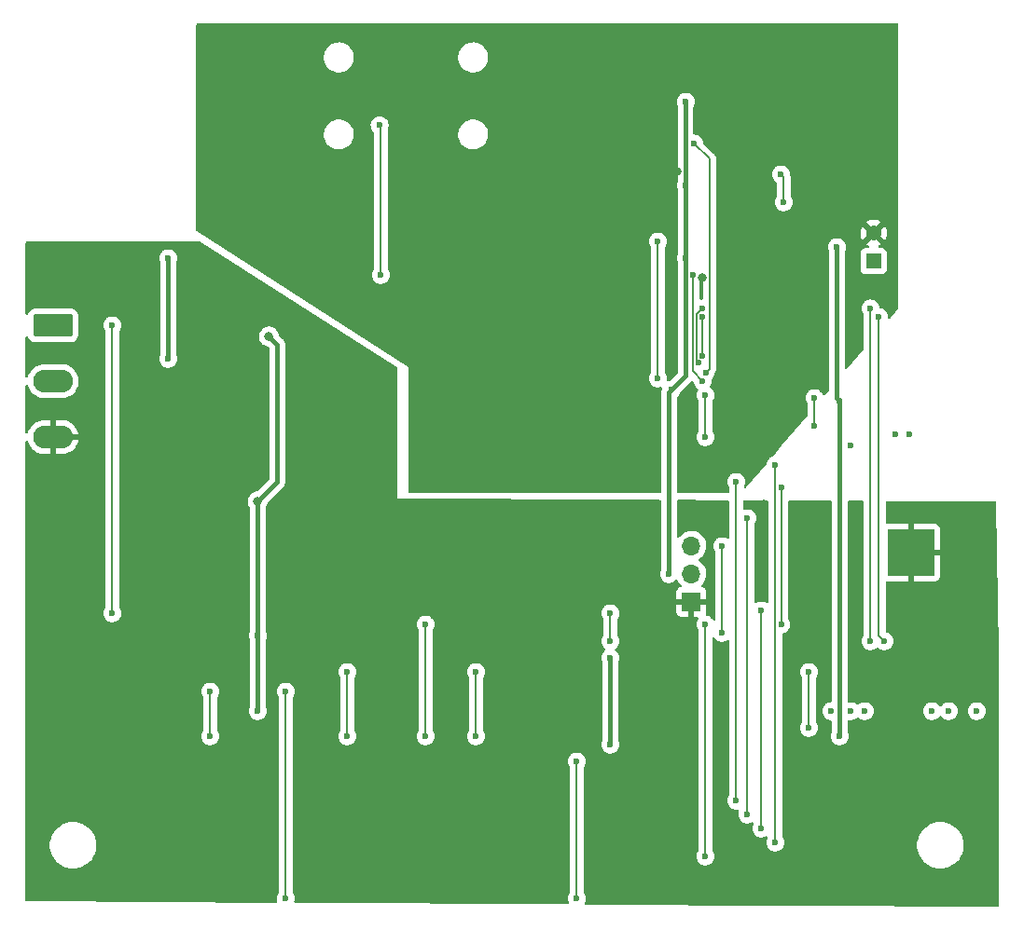
<source format=gbr>
%TF.GenerationSoftware,KiCad,Pcbnew,(6.0.11)*%
%TF.CreationDate,2023-03-14T15:00:17-04:00*%
%TF.ProjectId,RDNT_PCB,52444e54-5f50-4434-922e-6b696361645f,rev?*%
%TF.SameCoordinates,Original*%
%TF.FileFunction,Copper,L2,Bot*%
%TF.FilePolarity,Positive*%
%FSLAX46Y46*%
G04 Gerber Fmt 4.6, Leading zero omitted, Abs format (unit mm)*
G04 Created by KiCad (PCBNEW (6.0.11)) date 2023-03-14 15:00:17*
%MOMM*%
%LPD*%
G01*
G04 APERTURE LIST*
G04 Aperture macros list*
%AMRoundRect*
0 Rectangle with rounded corners*
0 $1 Rounding radius*
0 $2 $3 $4 $5 $6 $7 $8 $9 X,Y pos of 4 corners*
0 Add a 4 corners polygon primitive as box body*
4,1,4,$2,$3,$4,$5,$6,$7,$8,$9,$2,$3,0*
0 Add four circle primitives for the rounded corners*
1,1,$1+$1,$2,$3*
1,1,$1+$1,$4,$5*
1,1,$1+$1,$6,$7*
1,1,$1+$1,$8,$9*
0 Add four rect primitives between the rounded corners*
20,1,$1+$1,$2,$3,$4,$5,0*
20,1,$1+$1,$4,$5,$6,$7,0*
20,1,$1+$1,$6,$7,$8,$9,0*
20,1,$1+$1,$8,$9,$2,$3,0*%
G04 Aperture macros list end*
%TA.AperFunction,ComponentPad*%
%ADD10RoundRect,0.249999X-1.550001X0.790001X-1.550001X-0.790001X1.550001X-0.790001X1.550001X0.790001X0*%
%TD*%
%TA.AperFunction,ComponentPad*%
%ADD11O,3.600000X2.080000*%
%TD*%
%TA.AperFunction,ComponentPad*%
%ADD12R,4.200000X4.200000*%
%TD*%
%TA.AperFunction,ComponentPad*%
%ADD13R,1.700000X1.700000*%
%TD*%
%TA.AperFunction,ComponentPad*%
%ADD14O,1.700000X1.700000*%
%TD*%
%TA.AperFunction,ComponentPad*%
%ADD15R,1.378000X1.378000*%
%TD*%
%TA.AperFunction,ComponentPad*%
%ADD16C,1.378000*%
%TD*%
%TA.AperFunction,ViaPad*%
%ADD17C,0.600000*%
%TD*%
%TA.AperFunction,ViaPad*%
%ADD18C,1.524000*%
%TD*%
%TA.AperFunction,ViaPad*%
%ADD19C,0.800000*%
%TD*%
%TA.AperFunction,Conductor*%
%ADD20C,0.200000*%
%TD*%
%TA.AperFunction,Conductor*%
%ADD21C,0.400000*%
%TD*%
G04 APERTURE END LIST*
D10*
%TO.P,J6,1,Pin_1*%
%TO.N,/LED_out*%
X84549500Y-46736000D03*
D11*
%TO.P,J6,2,Pin_2*%
%TO.N,5V*%
X84549500Y-51816000D03*
%TO.P,J6,3,Pin_3*%
%TO.N,DGND*%
X84549500Y-56896000D03*
%TD*%
D12*
%TO.P,U1,39,GND*%
%TO.N,DGND*%
X162454000Y-67392000D03*
%TD*%
D13*
%TO.P,J5,1,Pin_1*%
%TO.N,DGND*%
X142494000Y-71867000D03*
D14*
%TO.P,J5,2,Pin_2*%
%TO.N,5V*%
X142494000Y-69327000D03*
%TO.P,J5,3,Pin_3*%
%TO.N,/Case_LED*%
X142494000Y-66787000D03*
%TD*%
D15*
%TO.P,MK2,1*%
%TO.N,Net-(C7-Pad1)*%
X159036000Y-40894000D03*
D16*
%TO.P,MK2,2*%
%TO.N,AGND*%
X159036000Y-38354000D03*
%TD*%
D17*
%TO.N,/mode*%
X132080000Y-86360000D03*
X132080000Y-98806000D03*
X105664000Y-98806000D03*
X105664000Y-80010000D03*
%TO.N,/reset*%
X143764000Y-73914000D03*
D18*
%TO.N,AGND*%
X152400000Y-21590000D03*
D17*
X145288000Y-40640000D03*
%TO.N,/ADC_In*%
X153670000Y-53340000D03*
X153670000Y-55880000D03*
%TO.N,/Ble_DAC*%
X143764000Y-53086000D03*
X143764000Y-56896000D03*
%TO.N,/Case_LED*%
X145288000Y-66802000D03*
X145288000Y-74676000D03*
%TO.N,/LED_out*%
X89916000Y-46736000D03*
X89916000Y-72898000D03*
X135128000Y-72898000D03*
X135128000Y-75438000D03*
%TO.N,/sel1*%
X158750000Y-75438000D03*
X158750000Y-45212000D03*
X143510000Y-45212000D03*
X143139000Y-50154630D03*
%TO.N,/sel2*%
X160020000Y-75438000D03*
X143510000Y-49530000D03*
X159512000Y-45974000D03*
X143510000Y-45974000D03*
%TO.N,/reset*%
X150640500Y-61486500D03*
X118364000Y-73914000D03*
X118364000Y-84074000D03*
X150640500Y-73914000D03*
%TO.N,/boot*%
X153162000Y-78232000D03*
X153162000Y-83312000D03*
%TO.N,Net-(J1-Pad8)*%
X150114000Y-59436000D03*
%TO.N,Net-(J1-Pad6)*%
X148844000Y-72644000D03*
%TO.N,Net-(J1-Pad4)*%
X147574000Y-64262000D03*
%TO.N,Net-(J1-Pad2)*%
X146558000Y-60960000D03*
%TO.N,/Rx*%
X164338000Y-81788000D03*
%TO.N,/Tx*%
X165862000Y-81788000D03*
%TO.N,/sel2_backup*%
X156972000Y-81788000D03*
%TO.N,/sel1_backup*%
X158242000Y-81788000D03*
%TO.N,/Case_backup*%
X168402000Y-81788000D03*
%TO.N,/LED_backup*%
X155194000Y-81788000D03*
%TO.N,/DAC_backup*%
X156972000Y-57658000D03*
%TO.N,/Mode_backup*%
X161036000Y-56642000D03*
%TO.N,/ADC_backup*%
X162306000Y-56642000D03*
%TO.N,/Mic_out*%
X142748000Y-30226000D03*
X143790374Y-51023689D03*
%TO.N,/AUX_mono*%
X139446000Y-51562000D03*
X139446000Y-39116000D03*
%TO.N,/ADC_In*%
X143510000Y-51816000D03*
X142612500Y-42164000D03*
X114300000Y-42164000D03*
X114190000Y-28558000D03*
%TO.N,5V*%
X140462000Y-69342000D03*
%TO.N,/reset*%
X143764000Y-94996000D03*
%TO.N,Net-(J1-Pad8)*%
X150114000Y-93726000D03*
%TO.N,Net-(J1-Pad6)*%
X148844000Y-92456000D03*
%TO.N,Net-(J1-Pad4)*%
X147574000Y-91186000D03*
%TO.N,Net-(J1-Pad2)*%
X146558000Y-89916000D03*
%TO.N,/boot*%
X122936000Y-78232000D03*
X122936000Y-84074000D03*
%TO.N,/reset*%
X111252000Y-78232000D03*
X111252000Y-84074000D03*
%TO.N,Net-(C5-Pad2)*%
X98806000Y-80010000D03*
X98806000Y-84074000D03*
%TO.N,VCC*%
X155956000Y-84074000D03*
X135128000Y-84836000D03*
X135128000Y-76962000D03*
X103124000Y-74930000D03*
X103124000Y-81788000D03*
%TO.N,5V*%
X94996000Y-40640000D03*
X94996000Y-49784000D03*
X140716000Y-52578000D03*
X141986000Y-26416000D03*
X141986000Y-34036000D03*
X141986000Y-40640000D03*
%TO.N,VCC*%
X155956000Y-53594000D03*
X155702000Y-39624000D03*
%TO.N,Net-(C7-Pad2)*%
X150622000Y-33020000D03*
X150876000Y-35560000D03*
D19*
%TO.N,AGND*%
X132998500Y-26162000D03*
X141224000Y-32766000D03*
X146304000Y-34036000D03*
X140716000Y-49022000D03*
X146812000Y-49022000D03*
D17*
X123698000Y-59436000D03*
D19*
X104394000Y-21336000D03*
%TO.N,DGND*%
X149098000Y-62992000D03*
X169672000Y-78994000D03*
X108966000Y-81534000D03*
X95758000Y-76708000D03*
X102362000Y-48768000D03*
X95758000Y-54356000D03*
X138176000Y-84582000D03*
X120396000Y-94488000D03*
X96012000Y-58928000D03*
X96774000Y-54356000D03*
X95250000Y-64008000D03*
X134112000Y-94996000D03*
X97028000Y-49784000D03*
X120396000Y-81534000D03*
X134112000Y-91186000D03*
X134112000Y-92456000D03*
X97028000Y-48768000D03*
X97028000Y-58928000D03*
X95250000Y-62738000D03*
X108712000Y-94488000D03*
X96774000Y-55372000D03*
X123698000Y-65024000D03*
X97028000Y-57912000D03*
X102362000Y-49784000D03*
X96012000Y-57912000D03*
X95758000Y-55372000D03*
%TO.N,VCC*%
X103124000Y-62738000D03*
X104140000Y-47752000D03*
%TO.N,AGND*%
X154940000Y-29718000D03*
X155448000Y-37084000D03*
X143510000Y-42418000D03*
X140716000Y-50546000D03*
X147066000Y-52578000D03*
X147066000Y-50546000D03*
X146304000Y-35306000D03*
X146812000Y-54864000D03*
X116586000Y-21336000D03*
%TD*%
D20*
%TO.N,/mode*%
X132080000Y-98806000D02*
X132080000Y-86360000D01*
X105664000Y-80010000D02*
X105664000Y-98806000D01*
%TO.N,/reset*%
X143764000Y-94996000D02*
X143764000Y-73914000D01*
%TO.N,/ADC_In*%
X153670000Y-53340000D02*
X153670000Y-55880000D01*
%TO.N,/Ble_DAC*%
X143764000Y-56896000D02*
X143764000Y-53086000D01*
%TO.N,/Case_LED*%
X145288000Y-74676000D02*
X145288000Y-66802000D01*
%TO.N,/sel2*%
X159512000Y-74930000D02*
X160020000Y-75438000D01*
X159512000Y-45974000D02*
X159512000Y-74930000D01*
%TO.N,/sel1*%
X158750000Y-45212000D02*
X158750000Y-75438000D01*
%TO.N,/LED_out*%
X89916000Y-46736000D02*
X89916000Y-72898000D01*
X135128000Y-75438000D02*
X135128000Y-72898000D01*
%TO.N,/sel1*%
X142983000Y-45739000D02*
X143510000Y-45212000D01*
X142983000Y-49998630D02*
X142983000Y-45739000D01*
X143139000Y-50154630D02*
X142983000Y-49998630D01*
%TO.N,/sel2*%
X143510000Y-49530000D02*
X143510000Y-45974000D01*
%TO.N,/reset*%
X150640500Y-73914000D02*
X150640500Y-61486500D01*
X118364000Y-84074000D02*
X118364000Y-73914000D01*
%TO.N,/boot*%
X153162000Y-83312000D02*
X153162000Y-78232000D01*
%TO.N,Net-(J1-Pad8)*%
X150114000Y-93726000D02*
X150114000Y-59436000D01*
%TO.N,Net-(J1-Pad6)*%
X148844000Y-92456000D02*
X148844000Y-72644000D01*
%TO.N,Net-(J1-Pad4)*%
X147574000Y-91186000D02*
X147574000Y-64262000D01*
%TO.N,Net-(J1-Pad2)*%
X146558000Y-89916000D02*
X146558000Y-60960000D01*
%TO.N,/Mic_out*%
X144137000Y-50677063D02*
X143790374Y-51023689D01*
X144137000Y-31615000D02*
X144137000Y-50677063D01*
X142748000Y-30226000D02*
X144137000Y-31615000D01*
%TO.N,/AUX_mono*%
X139446000Y-39116000D02*
X139446000Y-51562000D01*
%TO.N,/ADC_In*%
X143510000Y-51816000D02*
X142612500Y-50918500D01*
X142612500Y-50918500D02*
X142612500Y-42164000D01*
X114300000Y-28668000D02*
X114190000Y-28558000D01*
X114300000Y-42164000D02*
X114300000Y-28668000D01*
D21*
%TO.N,5V*%
X140462000Y-69342000D02*
X140462000Y-52832000D01*
X140462000Y-52832000D02*
X140716000Y-52578000D01*
D20*
%TO.N,/boot*%
X122936000Y-84074000D02*
X122936000Y-78232000D01*
%TO.N,/reset*%
X111252000Y-84074000D02*
X111252000Y-78232000D01*
%TO.N,Net-(C5-Pad2)*%
X98806000Y-84074000D02*
X98806000Y-80010000D01*
D21*
%TO.N,VCC*%
X155956000Y-53594000D02*
X155956000Y-84074000D01*
X135128000Y-76962000D02*
X135128000Y-84836000D01*
X103124000Y-74930000D02*
X103124000Y-81788000D01*
X103124000Y-62738000D02*
X103124000Y-74930000D01*
X104902000Y-48514000D02*
X104140000Y-47752000D01*
X104902000Y-60960000D02*
X104902000Y-48514000D01*
X103124000Y-62738000D02*
X104902000Y-60960000D01*
%TO.N,5V*%
X94996000Y-49784000D02*
X94996000Y-40640000D01*
X141986000Y-51308000D02*
X141986000Y-40640000D01*
X140716000Y-52578000D02*
X141986000Y-51308000D01*
X141986000Y-40640000D02*
X141986000Y-34036000D01*
X141951000Y-26451000D02*
X141986000Y-26416000D01*
X141986000Y-34036000D02*
X141951000Y-34001000D01*
X141951000Y-34001000D02*
X141951000Y-26451000D01*
%TO.N,VCC*%
X155702000Y-53340000D02*
X155956000Y-53594000D01*
X155702000Y-39624000D02*
X155702000Y-53340000D01*
D20*
%TO.N,Net-(C7-Pad2)*%
X150876000Y-33274000D02*
X150622000Y-33020000D01*
X150876000Y-35560000D02*
X150876000Y-33274000D01*
%TD*%
%TA.AperFunction,Conductor*%
%TO.N,AGND*%
G36*
X161232121Y-19324502D02*
G01*
X161278614Y-19378158D01*
X161290000Y-19430500D01*
X161290000Y-45165749D01*
X161269998Y-45233870D01*
X161260078Y-45247265D01*
X160995324Y-45559297D01*
X160546749Y-46087974D01*
X160487425Y-46126976D01*
X160416432Y-46127713D01*
X160356310Y-46089952D01*
X160326148Y-46025681D01*
X160325096Y-45998159D01*
X160325299Y-45996717D01*
X160325616Y-45974000D01*
X160305397Y-45793745D01*
X160245745Y-45622448D01*
X160149626Y-45468624D01*
X160069408Y-45387844D01*
X160026778Y-45344915D01*
X160026774Y-45344912D01*
X160021815Y-45339918D01*
X159868666Y-45242727D01*
X159839463Y-45232328D01*
X159704425Y-45184243D01*
X159704420Y-45184242D01*
X159697790Y-45181881D01*
X159690802Y-45181048D01*
X159690799Y-45181047D01*
X159657537Y-45177081D01*
X159592264Y-45149153D01*
X159552451Y-45090370D01*
X159547241Y-45066013D01*
X159544182Y-45038743D01*
X159543397Y-45031745D01*
X159541080Y-45025091D01*
X159486064Y-44867106D01*
X159486062Y-44867103D01*
X159483745Y-44860448D01*
X159387626Y-44706624D01*
X159373941Y-44692843D01*
X159264778Y-44582915D01*
X159264774Y-44582912D01*
X159259815Y-44577918D01*
X159248697Y-44570862D01*
X159200538Y-44540300D01*
X159106666Y-44480727D01*
X159037983Y-44456270D01*
X158942425Y-44422243D01*
X158942420Y-44422242D01*
X158935790Y-44419881D01*
X158928802Y-44419048D01*
X158928799Y-44419047D01*
X158768502Y-44399933D01*
X158755680Y-44398404D01*
X158748677Y-44399140D01*
X158748676Y-44399140D01*
X158582288Y-44416628D01*
X158582286Y-44416629D01*
X158575288Y-44417364D01*
X158403579Y-44475818D01*
X158397575Y-44479512D01*
X158255095Y-44567166D01*
X158255092Y-44567168D01*
X158249088Y-44570862D01*
X158244053Y-44575793D01*
X158244050Y-44575795D01*
X158124525Y-44692843D01*
X158119493Y-44697771D01*
X158021235Y-44850238D01*
X158018826Y-44856858D01*
X158018824Y-44856861D01*
X157961606Y-45014066D01*
X157959197Y-45020685D01*
X157936463Y-45200640D01*
X157954163Y-45381160D01*
X158011418Y-45553273D01*
X158015065Y-45559295D01*
X158015066Y-45559297D01*
X158101730Y-45702398D01*
X158101733Y-45702401D01*
X158105380Y-45708424D01*
X158110275Y-45713492D01*
X158114571Y-45719071D01*
X158112243Y-45720864D01*
X158139071Y-45772115D01*
X158141500Y-45796734D01*
X158141500Y-48876481D01*
X158121498Y-48944602D01*
X158111578Y-48957998D01*
X156632576Y-50701107D01*
X156573252Y-50740109D01*
X156502259Y-50740846D01*
X156442138Y-50703085D01*
X156411975Y-50638814D01*
X156410500Y-50619588D01*
X156410500Y-41631134D01*
X157838500Y-41631134D01*
X157845255Y-41693316D01*
X157896385Y-41829705D01*
X157983739Y-41946261D01*
X158100295Y-42033615D01*
X158236684Y-42084745D01*
X158298866Y-42091500D01*
X159773134Y-42091500D01*
X159835316Y-42084745D01*
X159971705Y-42033615D01*
X160088261Y-41946261D01*
X160175615Y-41829705D01*
X160226745Y-41693316D01*
X160233500Y-41631134D01*
X160233500Y-40156866D01*
X160226745Y-40094684D01*
X160175615Y-39958295D01*
X160088261Y-39841739D01*
X159971705Y-39754385D01*
X159835316Y-39703255D01*
X159773134Y-39696500D01*
X159567724Y-39696500D01*
X159499603Y-39676498D01*
X159453110Y-39622842D01*
X159443006Y-39552568D01*
X159472500Y-39487988D01*
X159516476Y-39455393D01*
X159529991Y-39449376D01*
X159669421Y-39371290D01*
X159679286Y-39361212D01*
X159676330Y-39353540D01*
X159048812Y-38726022D01*
X159034868Y-38718408D01*
X159033035Y-38718539D01*
X159026420Y-38722790D01*
X158401092Y-39348118D01*
X158394896Y-39359464D01*
X158404779Y-39371954D01*
X158457590Y-39407241D01*
X158467698Y-39412730D01*
X158565461Y-39454732D01*
X158620154Y-39500000D01*
X158641691Y-39567651D01*
X158623234Y-39636207D01*
X158570643Y-39683901D01*
X158515723Y-39696500D01*
X158298866Y-39696500D01*
X158236684Y-39703255D01*
X158100295Y-39754385D01*
X157983739Y-39841739D01*
X157896385Y-39958295D01*
X157845255Y-40094684D01*
X157838500Y-40156866D01*
X157838500Y-41631134D01*
X156410500Y-41631134D01*
X156410500Y-40054132D01*
X156423983Y-39998400D01*
X156425643Y-39995902D01*
X156442659Y-39951109D01*
X156487555Y-39832920D01*
X156487556Y-39832918D01*
X156490055Y-39826338D01*
X156491035Y-39819366D01*
X156514748Y-39650639D01*
X156514748Y-39650636D01*
X156515299Y-39646717D01*
X156515616Y-39624000D01*
X156495397Y-39443745D01*
X156493080Y-39437091D01*
X156438064Y-39279106D01*
X156438062Y-39279103D01*
X156435745Y-39272448D01*
X156339626Y-39118624D01*
X156333110Y-39112062D01*
X156216778Y-38994915D01*
X156216774Y-38994912D01*
X156211815Y-38989918D01*
X156200697Y-38982862D01*
X156120038Y-38931675D01*
X156058666Y-38892727D01*
X156029463Y-38882328D01*
X155894425Y-38834243D01*
X155894420Y-38834242D01*
X155887790Y-38831881D01*
X155880802Y-38831048D01*
X155880799Y-38831047D01*
X155757698Y-38816368D01*
X155707680Y-38810404D01*
X155700677Y-38811140D01*
X155700676Y-38811140D01*
X155534288Y-38828628D01*
X155534286Y-38828629D01*
X155527288Y-38829364D01*
X155355579Y-38887818D01*
X155349575Y-38891512D01*
X155207095Y-38979166D01*
X155207092Y-38979168D01*
X155201088Y-38982862D01*
X155196053Y-38987793D01*
X155196050Y-38987795D01*
X155076525Y-39104843D01*
X155071493Y-39109771D01*
X154973235Y-39262238D01*
X154970826Y-39268858D01*
X154970824Y-39268861D01*
X154937847Y-39359464D01*
X154911197Y-39432685D01*
X154888463Y-39612640D01*
X154906163Y-39793160D01*
X154963418Y-39965273D01*
X154967065Y-39971296D01*
X154967066Y-39971297D01*
X154975276Y-39984853D01*
X154993500Y-40050124D01*
X154993500Y-52586624D01*
X154973498Y-52654745D01*
X154963578Y-52668140D01*
X154730097Y-52943314D01*
X154630155Y-53061103D01*
X154570831Y-53100105D01*
X154499838Y-53100842D01*
X154439716Y-53063081D01*
X154415090Y-53021026D01*
X154403745Y-52988448D01*
X154321387Y-52856646D01*
X154311359Y-52840598D01*
X154307626Y-52834624D01*
X154272257Y-52799007D01*
X154184778Y-52710915D01*
X154184774Y-52710912D01*
X154179815Y-52705918D01*
X154168697Y-52698862D01*
X154094398Y-52651711D01*
X154026666Y-52608727D01*
X153997463Y-52598328D01*
X153862425Y-52550243D01*
X153862420Y-52550242D01*
X153855790Y-52547881D01*
X153848802Y-52547048D01*
X153848799Y-52547047D01*
X153723129Y-52532062D01*
X153675680Y-52526404D01*
X153668677Y-52527140D01*
X153668676Y-52527140D01*
X153502288Y-52544628D01*
X153502286Y-52544629D01*
X153495288Y-52545364D01*
X153323579Y-52603818D01*
X153283305Y-52628595D01*
X153175095Y-52695166D01*
X153175092Y-52695168D01*
X153169088Y-52698862D01*
X153164053Y-52703793D01*
X153164050Y-52703795D01*
X153071153Y-52794767D01*
X153039493Y-52825771D01*
X152941235Y-52978238D01*
X152938826Y-52984858D01*
X152938824Y-52984861D01*
X152894791Y-53105841D01*
X152879197Y-53148685D01*
X152856463Y-53328640D01*
X152874163Y-53509160D01*
X152931418Y-53681273D01*
X152935065Y-53687295D01*
X152935066Y-53687297D01*
X153021730Y-53830398D01*
X153021733Y-53830401D01*
X153025380Y-53836424D01*
X153030275Y-53841492D01*
X153034571Y-53847071D01*
X153032243Y-53848864D01*
X153059071Y-53900115D01*
X153061500Y-53924734D01*
X153061500Y-54863624D01*
X153041498Y-54931745D01*
X153031578Y-54945140D01*
X150699520Y-57693637D01*
X149900078Y-58635837D01*
X149844608Y-58673596D01*
X149767579Y-58699818D01*
X149761575Y-58703512D01*
X149619095Y-58791166D01*
X149619092Y-58791168D01*
X149613088Y-58794862D01*
X149608053Y-58799793D01*
X149608050Y-58799795D01*
X149488525Y-58916843D01*
X149483493Y-58921771D01*
X149385235Y-59074238D01*
X149382826Y-59080858D01*
X149382824Y-59080861D01*
X149369333Y-59117928D01*
X149323197Y-59244685D01*
X149322314Y-59251675D01*
X149317346Y-59290998D01*
X149288416Y-59356724D01*
X147477213Y-61491357D01*
X147417891Y-61530357D01*
X147346898Y-61531094D01*
X147286777Y-61493333D01*
X147256614Y-61429062D01*
X147265988Y-61358687D01*
X147276187Y-61340115D01*
X147277741Y-61337776D01*
X147277743Y-61337772D01*
X147281643Y-61331902D01*
X147346055Y-61162338D01*
X147349547Y-61137491D01*
X147370748Y-60986639D01*
X147370748Y-60986636D01*
X147371299Y-60982717D01*
X147371616Y-60960000D01*
X147351397Y-60779745D01*
X147349080Y-60773091D01*
X147294064Y-60615106D01*
X147294062Y-60615103D01*
X147291745Y-60608448D01*
X147195626Y-60454624D01*
X147181941Y-60440843D01*
X147072778Y-60330915D01*
X147072774Y-60330912D01*
X147067815Y-60325918D01*
X147056697Y-60318862D01*
X147008538Y-60288300D01*
X146914666Y-60228727D01*
X146885463Y-60218328D01*
X146750425Y-60170243D01*
X146750420Y-60170242D01*
X146743790Y-60167881D01*
X146736802Y-60167048D01*
X146736799Y-60167047D01*
X146613698Y-60152368D01*
X146563680Y-60146404D01*
X146556677Y-60147140D01*
X146556676Y-60147140D01*
X146390288Y-60164628D01*
X146390286Y-60164629D01*
X146383288Y-60165364D01*
X146211579Y-60223818D01*
X146205575Y-60227512D01*
X146063095Y-60315166D01*
X146063092Y-60315168D01*
X146057088Y-60318862D01*
X146052053Y-60323793D01*
X146052050Y-60323795D01*
X145932525Y-60440843D01*
X145927493Y-60445771D01*
X145829235Y-60598238D01*
X145826826Y-60604858D01*
X145826824Y-60604861D01*
X145772095Y-60755227D01*
X145767197Y-60768685D01*
X145744463Y-60948640D01*
X145762163Y-61129160D01*
X145819418Y-61301273D01*
X145823065Y-61307295D01*
X145823066Y-61307297D01*
X145909730Y-61450398D01*
X145909733Y-61450401D01*
X145913380Y-61456424D01*
X145918275Y-61461492D01*
X145922571Y-61467071D01*
X145920243Y-61468864D01*
X145947071Y-61520115D01*
X145949500Y-61544734D01*
X145949500Y-61850000D01*
X145929498Y-61918121D01*
X145875842Y-61964614D01*
X145823500Y-61976000D01*
X141296500Y-61976000D01*
X141228379Y-61955998D01*
X141181886Y-61902342D01*
X141170500Y-61850000D01*
X141170500Y-53315700D01*
X141190502Y-53247579D01*
X141209608Y-53224454D01*
X141289173Y-53148685D01*
X141339266Y-53100982D01*
X141439643Y-52949902D01*
X141487371Y-52824258D01*
X141516064Y-52779906D01*
X141983547Y-52312424D01*
X142466536Y-51829435D01*
X142472806Y-51823578D01*
X142482506Y-51815117D01*
X142546990Y-51785412D01*
X142617297Y-51795285D01*
X142654426Y-51820975D01*
X142670907Y-51837456D01*
X142704933Y-51899768D01*
X142707211Y-51914256D01*
X142714163Y-51985160D01*
X142771418Y-52157273D01*
X142775065Y-52163295D01*
X142775066Y-52163297D01*
X142859641Y-52302947D01*
X142865380Y-52312424D01*
X142870269Y-52317487D01*
X142870270Y-52317488D01*
X142903065Y-52351448D01*
X142991382Y-52442902D01*
X143045058Y-52478027D01*
X143091104Y-52532062D01*
X143100628Y-52602417D01*
X143081975Y-52651711D01*
X143057675Y-52689417D01*
X143035235Y-52724238D01*
X143032826Y-52730858D01*
X143032824Y-52730861D01*
X142992883Y-52840598D01*
X142973197Y-52894685D01*
X142950463Y-53074640D01*
X142968163Y-53255160D01*
X143025418Y-53427273D01*
X143029065Y-53433295D01*
X143029066Y-53433297D01*
X143115730Y-53576398D01*
X143115733Y-53576401D01*
X143119380Y-53582424D01*
X143124275Y-53587492D01*
X143128571Y-53593071D01*
X143126243Y-53594864D01*
X143153071Y-53646115D01*
X143155500Y-53670734D01*
X143155500Y-56311164D01*
X143135498Y-56379285D01*
X143134188Y-56381090D01*
X143133493Y-56381771D01*
X143131894Y-56384253D01*
X143131892Y-56384255D01*
X143123934Y-56396603D01*
X143035235Y-56534238D01*
X143032826Y-56540858D01*
X143032824Y-56540861D01*
X142975606Y-56698066D01*
X142973197Y-56704685D01*
X142950463Y-56884640D01*
X142968163Y-57065160D01*
X143025418Y-57237273D01*
X143029065Y-57243295D01*
X143029066Y-57243297D01*
X143113641Y-57382947D01*
X143119380Y-57392424D01*
X143245382Y-57522902D01*
X143397159Y-57622222D01*
X143403763Y-57624678D01*
X143403765Y-57624679D01*
X143560558Y-57682990D01*
X143560560Y-57682990D01*
X143567168Y-57685448D01*
X143650995Y-57696633D01*
X143739980Y-57708507D01*
X143739984Y-57708507D01*
X143746961Y-57709438D01*
X143753972Y-57708800D01*
X143753976Y-57708800D01*
X143896459Y-57695832D01*
X143927600Y-57692998D01*
X143934302Y-57690820D01*
X143934304Y-57690820D01*
X144093409Y-57639124D01*
X144093412Y-57639123D01*
X144100108Y-57636947D01*
X144255912Y-57544069D01*
X144387266Y-57418982D01*
X144487643Y-57267902D01*
X144552055Y-57098338D01*
X144553035Y-57091366D01*
X144576748Y-56922639D01*
X144576748Y-56922636D01*
X144577299Y-56918717D01*
X144577616Y-56896000D01*
X144557397Y-56715745D01*
X144555080Y-56709091D01*
X144500064Y-56551106D01*
X144500062Y-56551103D01*
X144497745Y-56544448D01*
X144401626Y-56390624D01*
X144399215Y-56388196D01*
X144373117Y-56323716D01*
X144372500Y-56311263D01*
X144372500Y-53669248D01*
X144393552Y-53599521D01*
X144441208Y-53527793D01*
X144487643Y-53457902D01*
X144541661Y-53315700D01*
X144549555Y-53294920D01*
X144549556Y-53294918D01*
X144552055Y-53288338D01*
X144553035Y-53281366D01*
X144576748Y-53112639D01*
X144576748Y-53112636D01*
X144577299Y-53108717D01*
X144577616Y-53086000D01*
X144557397Y-52905745D01*
X144555080Y-52899091D01*
X144500064Y-52741106D01*
X144500062Y-52741103D01*
X144497745Y-52734448D01*
X144489419Y-52721124D01*
X144405359Y-52586598D01*
X144401626Y-52580624D01*
X144378509Y-52557345D01*
X144278778Y-52456915D01*
X144278774Y-52456912D01*
X144273815Y-52451918D01*
X144230806Y-52424624D01*
X144184009Y-52371237D01*
X144173503Y-52301022D01*
X144193372Y-52248515D01*
X144233643Y-52187902D01*
X144275423Y-52077917D01*
X144295555Y-52024920D01*
X144295556Y-52024918D01*
X144298055Y-52018338D01*
X144299035Y-52011366D01*
X144322748Y-51842639D01*
X144322748Y-51842636D01*
X144323299Y-51838717D01*
X144323616Y-51816000D01*
X144311981Y-51712276D01*
X144324265Y-51642351D01*
X144350304Y-51606985D01*
X144401678Y-51558062D01*
X144413640Y-51546671D01*
X144514017Y-51395591D01*
X144578429Y-51226027D01*
X144582054Y-51200238D01*
X144595263Y-51106246D01*
X144620074Y-51047080D01*
X144668524Y-50983939D01*
X144677471Y-50962340D01*
X144705123Y-50895579D01*
X144705124Y-50895577D01*
X144726679Y-50843539D01*
X144729838Y-50835913D01*
X144745500Y-50716948D01*
X144745500Y-50716941D01*
X144750750Y-50677063D01*
X144746578Y-50645370D01*
X144745500Y-50628927D01*
X144745500Y-38328298D01*
X157834662Y-38328298D01*
X157848294Y-38536286D01*
X157850095Y-38547656D01*
X157901401Y-38749677D01*
X157905243Y-38760526D01*
X157992509Y-38949819D01*
X157998262Y-38959783D01*
X158017929Y-38987611D01*
X158028518Y-38995999D01*
X158041819Y-38988971D01*
X158663978Y-38366812D01*
X158670356Y-38355132D01*
X159400408Y-38355132D01*
X159400539Y-38356965D01*
X159404790Y-38363580D01*
X160031626Y-38990416D01*
X160044006Y-38997176D01*
X160050586Y-38992250D01*
X160131376Y-38847991D01*
X160136056Y-38837478D01*
X160203057Y-38640100D01*
X160205742Y-38628917D01*
X160235948Y-38420588D01*
X160236578Y-38413207D01*
X160238031Y-38357704D01*
X160237788Y-38350305D01*
X160218527Y-38140687D01*
X160216429Y-38129366D01*
X160159852Y-37928760D01*
X160155727Y-37918013D01*
X160063538Y-37731071D01*
X160057528Y-37721263D01*
X160055721Y-37718843D01*
X160044463Y-37710394D01*
X160032044Y-37717166D01*
X159408022Y-38341188D01*
X159400408Y-38355132D01*
X158670356Y-38355132D01*
X158671592Y-38352868D01*
X158671461Y-38351035D01*
X158667210Y-38344420D01*
X158038642Y-37715852D01*
X158026262Y-37709092D01*
X158020296Y-37713558D01*
X157928071Y-37888849D01*
X157923665Y-37899486D01*
X157861855Y-38098545D01*
X157859462Y-38109800D01*
X157834963Y-38316796D01*
X157834662Y-38328298D01*
X144745500Y-38328298D01*
X144745500Y-37347740D01*
X158393852Y-37347740D01*
X158397338Y-37356128D01*
X159023188Y-37981978D01*
X159037132Y-37989592D01*
X159038965Y-37989461D01*
X159045580Y-37985210D01*
X159670809Y-37359981D01*
X159677569Y-37347601D01*
X159671539Y-37339546D01*
X159586635Y-37285975D01*
X159576392Y-37280757D01*
X159382792Y-37203518D01*
X159371755Y-37200249D01*
X159167323Y-37159584D01*
X159155879Y-37158381D01*
X158947464Y-37155654D01*
X158935984Y-37156557D01*
X158730563Y-37191855D01*
X158719443Y-37194835D01*
X158523887Y-37266979D01*
X158513509Y-37271929D01*
X158403450Y-37337407D01*
X158393852Y-37347740D01*
X144745500Y-37347740D01*
X144745500Y-33008640D01*
X149808463Y-33008640D01*
X149826163Y-33189160D01*
X149883418Y-33361273D01*
X149977380Y-33516424D01*
X150103382Y-33646902D01*
X150210496Y-33716995D01*
X150256541Y-33771030D01*
X150267500Y-33822425D01*
X150267500Y-34975164D01*
X150247498Y-35043285D01*
X150246188Y-35045090D01*
X150245493Y-35045771D01*
X150243894Y-35048253D01*
X150243892Y-35048255D01*
X150235934Y-35060603D01*
X150147235Y-35198238D01*
X150144826Y-35204858D01*
X150144824Y-35204861D01*
X150087606Y-35362066D01*
X150085197Y-35368685D01*
X150062463Y-35548640D01*
X150080163Y-35729160D01*
X150137418Y-35901273D01*
X150141065Y-35907295D01*
X150141066Y-35907297D01*
X150151978Y-35925314D01*
X150231380Y-36056424D01*
X150357382Y-36186902D01*
X150509159Y-36286222D01*
X150515763Y-36288678D01*
X150515765Y-36288679D01*
X150672558Y-36346990D01*
X150672560Y-36346990D01*
X150679168Y-36349448D01*
X150762995Y-36360633D01*
X150851980Y-36372507D01*
X150851984Y-36372507D01*
X150858961Y-36373438D01*
X150865972Y-36372800D01*
X150865976Y-36372800D01*
X151008459Y-36359832D01*
X151039600Y-36356998D01*
X151046302Y-36354820D01*
X151046304Y-36354820D01*
X151205409Y-36303124D01*
X151205412Y-36303123D01*
X151212108Y-36300947D01*
X151367912Y-36208069D01*
X151499266Y-36082982D01*
X151599643Y-35931902D01*
X151664055Y-35762338D01*
X151665035Y-35755366D01*
X151688748Y-35586639D01*
X151688748Y-35586636D01*
X151689299Y-35582717D01*
X151689616Y-35560000D01*
X151669397Y-35379745D01*
X151667080Y-35373091D01*
X151612064Y-35215106D01*
X151612062Y-35215103D01*
X151609745Y-35208448D01*
X151513626Y-35054624D01*
X151511215Y-35052196D01*
X151485117Y-34987716D01*
X151484500Y-34975263D01*
X151484500Y-33322136D01*
X151485578Y-33305690D01*
X151488672Y-33282188D01*
X151489750Y-33274000D01*
X151484500Y-33234122D01*
X151484500Y-33234115D01*
X151468838Y-33115150D01*
X151444535Y-33056477D01*
X151436327Y-33019920D01*
X151435616Y-33020000D01*
X151416182Y-32846744D01*
X151415397Y-32839745D01*
X151413080Y-32833091D01*
X151358064Y-32675106D01*
X151358062Y-32675103D01*
X151355745Y-32668448D01*
X151259626Y-32514624D01*
X151245941Y-32500843D01*
X151136778Y-32390915D01*
X151136774Y-32390912D01*
X151131815Y-32385918D01*
X151120697Y-32378862D01*
X151072538Y-32348300D01*
X150978666Y-32288727D01*
X150949463Y-32278328D01*
X150814425Y-32230243D01*
X150814420Y-32230242D01*
X150807790Y-32227881D01*
X150800802Y-32227048D01*
X150800799Y-32227047D01*
X150677698Y-32212368D01*
X150627680Y-32206404D01*
X150620677Y-32207140D01*
X150620676Y-32207140D01*
X150454288Y-32224628D01*
X150454286Y-32224629D01*
X150447288Y-32225364D01*
X150275579Y-32283818D01*
X150269575Y-32287512D01*
X150127095Y-32375166D01*
X150127092Y-32375168D01*
X150121088Y-32378862D01*
X150116053Y-32383793D01*
X150116050Y-32383795D01*
X149996525Y-32500843D01*
X149991493Y-32505771D01*
X149893235Y-32658238D01*
X149890826Y-32664858D01*
X149890824Y-32664861D01*
X149833606Y-32822066D01*
X149831197Y-32828685D01*
X149808463Y-33008640D01*
X144745500Y-33008640D01*
X144745500Y-31663144D01*
X144746578Y-31646698D01*
X144749673Y-31623188D01*
X144750751Y-31615000D01*
X144729838Y-31456149D01*
X144668524Y-31308124D01*
X144595478Y-31212929D01*
X144595474Y-31212925D01*
X144576061Y-31187625D01*
X144576016Y-31187566D01*
X144576013Y-31187563D01*
X144570987Y-31181013D01*
X144564432Y-31175983D01*
X144545621Y-31161548D01*
X144533230Y-31150681D01*
X143586888Y-30204339D01*
X143552862Y-30142027D01*
X143550768Y-30129289D01*
X143542182Y-30052744D01*
X143541397Y-30045745D01*
X143526436Y-30002783D01*
X143484064Y-29881106D01*
X143484062Y-29881103D01*
X143481745Y-29874448D01*
X143385626Y-29720624D01*
X143355087Y-29689871D01*
X143262778Y-29596915D01*
X143262774Y-29596912D01*
X143257815Y-29591918D01*
X143212842Y-29563377D01*
X143196217Y-29552827D01*
X143104666Y-29494727D01*
X143075463Y-29484328D01*
X142940425Y-29436243D01*
X142940420Y-29436242D01*
X142933790Y-29433881D01*
X142926802Y-29433048D01*
X142926799Y-29433047D01*
X142770581Y-29414419D01*
X142705308Y-29386491D01*
X142665495Y-29327708D01*
X142659500Y-29289305D01*
X142659500Y-26901415D01*
X142680552Y-26831688D01*
X142705742Y-26793773D01*
X142709643Y-26787902D01*
X142774055Y-26618338D01*
X142775035Y-26611366D01*
X142798748Y-26442639D01*
X142798748Y-26442636D01*
X142799299Y-26438717D01*
X142799616Y-26416000D01*
X142779397Y-26235745D01*
X142777080Y-26229091D01*
X142722064Y-26071106D01*
X142722062Y-26071103D01*
X142719745Y-26064448D01*
X142623626Y-25910624D01*
X142609941Y-25896843D01*
X142500778Y-25786915D01*
X142500774Y-25786912D01*
X142495815Y-25781918D01*
X142484697Y-25774862D01*
X142436538Y-25744300D01*
X142342666Y-25684727D01*
X142313463Y-25674328D01*
X142178425Y-25626243D01*
X142178420Y-25626242D01*
X142171790Y-25623881D01*
X142164802Y-25623048D01*
X142164799Y-25623047D01*
X142041698Y-25608368D01*
X141991680Y-25602404D01*
X141984677Y-25603140D01*
X141984676Y-25603140D01*
X141818288Y-25620628D01*
X141818286Y-25620629D01*
X141811288Y-25621364D01*
X141639579Y-25679818D01*
X141633575Y-25683512D01*
X141491095Y-25771166D01*
X141491092Y-25771168D01*
X141485088Y-25774862D01*
X141480053Y-25779793D01*
X141480050Y-25779795D01*
X141360525Y-25896843D01*
X141355493Y-25901771D01*
X141257235Y-26054238D01*
X141254826Y-26060858D01*
X141254824Y-26060861D01*
X141197606Y-26218066D01*
X141195197Y-26224685D01*
X141172463Y-26404640D01*
X141190163Y-26585160D01*
X141198881Y-26611366D01*
X141236058Y-26723124D01*
X141242500Y-26762896D01*
X141242500Y-33692505D01*
X141234901Y-33735600D01*
X141195197Y-33844685D01*
X141172463Y-34024640D01*
X141190163Y-34205160D01*
X141247418Y-34377273D01*
X141251065Y-34383296D01*
X141251066Y-34383297D01*
X141259276Y-34396853D01*
X141277500Y-34462124D01*
X141277500Y-40209710D01*
X141261341Y-40264598D01*
X141264183Y-40266009D01*
X141261053Y-40272313D01*
X141257235Y-40278238D01*
X141254826Y-40284858D01*
X141254824Y-40284861D01*
X141197606Y-40442066D01*
X141195197Y-40448685D01*
X141172463Y-40628640D01*
X141190163Y-40809160D01*
X141247418Y-40981273D01*
X141251065Y-40987296D01*
X141251066Y-40987297D01*
X141259276Y-41000853D01*
X141277500Y-41066124D01*
X141277500Y-50962340D01*
X141257498Y-51030461D01*
X141240595Y-51051435D01*
X140512563Y-51779467D01*
X140464076Y-51809649D01*
X140409690Y-51828163D01*
X140338760Y-51831181D01*
X140277456Y-51795371D01*
X140245245Y-51732103D01*
X140244313Y-51691349D01*
X140258748Y-51588640D01*
X140258748Y-51588635D01*
X140259299Y-51584717D01*
X140259616Y-51562000D01*
X140239397Y-51381745D01*
X140237080Y-51375091D01*
X140182064Y-51217106D01*
X140182062Y-51217103D01*
X140179745Y-51210448D01*
X140083626Y-51056624D01*
X140081215Y-51054196D01*
X140055117Y-50989716D01*
X140054500Y-50977263D01*
X140054500Y-39699248D01*
X140075552Y-39629521D01*
X140165742Y-39493773D01*
X140169643Y-39487902D01*
X140234055Y-39318338D01*
X140235035Y-39311366D01*
X140258748Y-39142639D01*
X140258748Y-39142636D01*
X140259299Y-39138717D01*
X140259616Y-39116000D01*
X140239397Y-38935745D01*
X140237080Y-38929091D01*
X140182064Y-38771106D01*
X140182062Y-38771103D01*
X140179745Y-38764448D01*
X140150976Y-38718408D01*
X140087359Y-38616598D01*
X140083626Y-38610624D01*
X140009805Y-38536286D01*
X139960778Y-38486915D01*
X139960774Y-38486912D01*
X139955815Y-38481918D01*
X139944697Y-38474862D01*
X139847543Y-38413207D01*
X139802666Y-38384727D01*
X139752355Y-38366812D01*
X139638425Y-38326243D01*
X139638420Y-38326242D01*
X139631790Y-38323881D01*
X139624802Y-38323048D01*
X139624799Y-38323047D01*
X139501698Y-38308368D01*
X139451680Y-38302404D01*
X139444677Y-38303140D01*
X139444676Y-38303140D01*
X139278288Y-38320628D01*
X139278286Y-38320629D01*
X139271288Y-38321364D01*
X139099579Y-38379818D01*
X139093575Y-38383512D01*
X138951095Y-38471166D01*
X138951092Y-38471168D01*
X138945088Y-38474862D01*
X138940053Y-38479793D01*
X138940050Y-38479795D01*
X138882364Y-38536286D01*
X138815493Y-38601771D01*
X138717235Y-38754238D01*
X138714826Y-38760858D01*
X138714824Y-38760861D01*
X138667271Y-38891512D01*
X138655197Y-38924685D01*
X138632463Y-39104640D01*
X138650163Y-39285160D01*
X138707418Y-39457273D01*
X138711065Y-39463295D01*
X138711066Y-39463297D01*
X138797730Y-39606398D01*
X138797733Y-39606401D01*
X138801380Y-39612424D01*
X138806275Y-39617492D01*
X138810571Y-39623071D01*
X138808243Y-39624864D01*
X138835071Y-39676115D01*
X138837500Y-39700734D01*
X138837500Y-50977164D01*
X138817498Y-51045285D01*
X138816188Y-51047090D01*
X138815493Y-51047771D01*
X138813894Y-51050253D01*
X138813892Y-51050255D01*
X138721054Y-51194312D01*
X138717235Y-51200238D01*
X138714826Y-51206858D01*
X138714824Y-51206861D01*
X138657606Y-51364066D01*
X138655197Y-51370685D01*
X138632463Y-51550640D01*
X138650163Y-51731160D01*
X138707418Y-51903273D01*
X138801380Y-52058424D01*
X138806269Y-52063487D01*
X138806270Y-52063488D01*
X138827027Y-52084982D01*
X138927382Y-52188902D01*
X139079159Y-52288222D01*
X139085763Y-52290678D01*
X139085765Y-52290679D01*
X139242558Y-52348990D01*
X139242560Y-52348990D01*
X139249168Y-52351448D01*
X139332995Y-52362633D01*
X139421980Y-52374507D01*
X139421984Y-52374507D01*
X139428961Y-52375438D01*
X139435972Y-52374800D01*
X139435976Y-52374800D01*
X139578459Y-52361832D01*
X139609600Y-52358998D01*
X139616302Y-52356820D01*
X139616304Y-52356820D01*
X139671203Y-52338982D01*
X139673081Y-52338372D01*
X139744047Y-52336344D01*
X139804845Y-52373007D01*
X139836171Y-52436719D01*
X139829410Y-52503972D01*
X139809784Y-52554310D01*
X139807247Y-52560344D01*
X139780955Y-52618573D01*
X139779571Y-52626040D01*
X139778770Y-52628595D01*
X139774141Y-52644848D01*
X139773478Y-52647428D01*
X139770718Y-52654509D01*
X139764230Y-52703795D01*
X139762379Y-52717852D01*
X139761348Y-52724359D01*
X139749704Y-52787186D01*
X139750141Y-52794766D01*
X139750141Y-52794767D01*
X139753291Y-52849392D01*
X139753500Y-52856646D01*
X139753500Y-61850000D01*
X139733498Y-61918121D01*
X139679842Y-61964614D01*
X139627500Y-61976000D01*
X116966000Y-61976000D01*
X116897879Y-61955998D01*
X116851386Y-61902342D01*
X116840000Y-61850000D01*
X116840000Y-50546000D01*
X97593724Y-38137217D01*
X97547310Y-38083493D01*
X97536000Y-38031319D01*
X97536000Y-29327774D01*
X109128102Y-29327774D01*
X109136751Y-29558158D01*
X109184093Y-29783791D01*
X109268776Y-29998221D01*
X109271543Y-30002780D01*
X109271544Y-30002783D01*
X109297614Y-30045745D01*
X109388377Y-30195317D01*
X109391874Y-30199347D01*
X109478438Y-30299103D01*
X109539477Y-30369445D01*
X109543608Y-30372832D01*
X109713627Y-30512240D01*
X109713633Y-30512244D01*
X109717755Y-30515624D01*
X109722391Y-30518263D01*
X109722394Y-30518265D01*
X109831422Y-30580327D01*
X109918114Y-30629675D01*
X110134825Y-30708337D01*
X110140074Y-30709286D01*
X110140077Y-30709287D01*
X110357608Y-30748623D01*
X110357615Y-30748624D01*
X110361692Y-30749361D01*
X110379414Y-30750197D01*
X110384356Y-30750430D01*
X110384363Y-30750430D01*
X110385844Y-30750500D01*
X110547890Y-30750500D01*
X110614809Y-30744822D01*
X110714409Y-30736371D01*
X110714413Y-30736370D01*
X110719720Y-30735920D01*
X110724875Y-30734582D01*
X110724881Y-30734581D01*
X110937703Y-30679343D01*
X110937707Y-30679342D01*
X110942872Y-30678001D01*
X110947738Y-30675809D01*
X110947741Y-30675808D01*
X111148202Y-30585507D01*
X111153075Y-30583312D01*
X111344319Y-30454559D01*
X111511135Y-30295424D01*
X111648754Y-30110458D01*
X111753240Y-29904949D01*
X111764568Y-29868469D01*
X111820024Y-29689871D01*
X111821607Y-29684773D01*
X111822308Y-29679484D01*
X111851198Y-29461511D01*
X111851198Y-29461506D01*
X111851898Y-29456226D01*
X111850625Y-29422303D01*
X111846877Y-29322489D01*
X111843249Y-29225842D01*
X111795907Y-29000209D01*
X111782621Y-28966567D01*
X111713185Y-28790744D01*
X111713184Y-28790742D01*
X111711224Y-28785779D01*
X111691556Y-28753366D01*
X111594390Y-28593243D01*
X111591623Y-28588683D01*
X111588114Y-28584639D01*
X111555140Y-28546640D01*
X113376463Y-28546640D01*
X113394163Y-28727160D01*
X113451418Y-28899273D01*
X113455065Y-28905295D01*
X113455066Y-28905297D01*
X113512547Y-29000209D01*
X113545380Y-29054424D01*
X113550270Y-29059487D01*
X113550274Y-29059493D01*
X113656136Y-29169115D01*
X113689069Y-29232011D01*
X113691500Y-29256642D01*
X113691500Y-41579164D01*
X113671498Y-41647285D01*
X113670188Y-41649090D01*
X113669493Y-41649771D01*
X113667894Y-41652253D01*
X113667892Y-41652255D01*
X113579495Y-41789421D01*
X113571235Y-41802238D01*
X113568826Y-41808858D01*
X113568824Y-41808861D01*
X113516856Y-41951642D01*
X113509197Y-41972685D01*
X113486463Y-42152640D01*
X113504163Y-42333160D01*
X113561418Y-42505273D01*
X113565065Y-42511295D01*
X113565066Y-42511297D01*
X113587486Y-42548316D01*
X113655380Y-42660424D01*
X113660269Y-42665487D01*
X113660270Y-42665488D01*
X113737121Y-42745068D01*
X113781382Y-42790902D01*
X113933159Y-42890222D01*
X113939763Y-42892678D01*
X113939765Y-42892679D01*
X114096558Y-42950990D01*
X114096560Y-42950990D01*
X114103168Y-42953448D01*
X114186995Y-42964633D01*
X114275980Y-42976507D01*
X114275984Y-42976507D01*
X114282961Y-42977438D01*
X114289972Y-42976800D01*
X114289976Y-42976800D01*
X114432459Y-42963832D01*
X114463600Y-42960998D01*
X114470302Y-42958820D01*
X114470304Y-42958820D01*
X114629409Y-42907124D01*
X114629412Y-42907123D01*
X114636108Y-42904947D01*
X114791912Y-42812069D01*
X114923266Y-42686982D01*
X115023643Y-42535902D01*
X115088055Y-42366338D01*
X115089035Y-42359366D01*
X115112748Y-42190639D01*
X115112748Y-42190636D01*
X115113299Y-42186717D01*
X115113616Y-42164000D01*
X115093397Y-41983745D01*
X115091080Y-41977091D01*
X115036064Y-41819106D01*
X115036062Y-41819103D01*
X115033745Y-41812448D01*
X114937626Y-41658624D01*
X114935215Y-41656196D01*
X114909117Y-41591716D01*
X114908500Y-41579263D01*
X114908500Y-29327774D01*
X121320102Y-29327774D01*
X121328751Y-29558158D01*
X121376093Y-29783791D01*
X121460776Y-29998221D01*
X121463543Y-30002780D01*
X121463544Y-30002783D01*
X121489614Y-30045745D01*
X121580377Y-30195317D01*
X121583874Y-30199347D01*
X121670438Y-30299103D01*
X121731477Y-30369445D01*
X121735608Y-30372832D01*
X121905627Y-30512240D01*
X121905633Y-30512244D01*
X121909755Y-30515624D01*
X121914391Y-30518263D01*
X121914394Y-30518265D01*
X122023422Y-30580327D01*
X122110114Y-30629675D01*
X122326825Y-30708337D01*
X122332074Y-30709286D01*
X122332077Y-30709287D01*
X122549608Y-30748623D01*
X122549615Y-30748624D01*
X122553692Y-30749361D01*
X122571414Y-30750197D01*
X122576356Y-30750430D01*
X122576363Y-30750430D01*
X122577844Y-30750500D01*
X122739890Y-30750500D01*
X122806809Y-30744822D01*
X122906409Y-30736371D01*
X122906413Y-30736370D01*
X122911720Y-30735920D01*
X122916875Y-30734582D01*
X122916881Y-30734581D01*
X123129703Y-30679343D01*
X123129707Y-30679342D01*
X123134872Y-30678001D01*
X123139738Y-30675809D01*
X123139741Y-30675808D01*
X123340202Y-30585507D01*
X123345075Y-30583312D01*
X123536319Y-30454559D01*
X123703135Y-30295424D01*
X123840754Y-30110458D01*
X123945240Y-29904949D01*
X123956568Y-29868469D01*
X124012024Y-29689871D01*
X124013607Y-29684773D01*
X124014308Y-29679484D01*
X124043198Y-29461511D01*
X124043198Y-29461506D01*
X124043898Y-29456226D01*
X124042625Y-29422303D01*
X124038877Y-29322489D01*
X124035249Y-29225842D01*
X123987907Y-29000209D01*
X123974621Y-28966567D01*
X123905185Y-28790744D01*
X123905184Y-28790742D01*
X123903224Y-28785779D01*
X123883556Y-28753366D01*
X123786390Y-28593243D01*
X123783623Y-28588683D01*
X123780114Y-28584639D01*
X123636023Y-28418588D01*
X123636021Y-28418586D01*
X123632523Y-28414555D01*
X123566069Y-28360066D01*
X123458373Y-28271760D01*
X123458367Y-28271756D01*
X123454245Y-28268376D01*
X123449609Y-28265737D01*
X123449606Y-28265735D01*
X123258529Y-28156968D01*
X123253886Y-28154325D01*
X123037175Y-28075663D01*
X123031926Y-28074714D01*
X123031923Y-28074713D01*
X122814392Y-28035377D01*
X122814385Y-28035376D01*
X122810308Y-28034639D01*
X122792586Y-28033803D01*
X122787644Y-28033570D01*
X122787637Y-28033570D01*
X122786156Y-28033500D01*
X122624110Y-28033500D01*
X122561141Y-28038843D01*
X122457591Y-28047629D01*
X122457587Y-28047630D01*
X122452280Y-28048080D01*
X122447125Y-28049418D01*
X122447119Y-28049419D01*
X122234297Y-28104657D01*
X122234293Y-28104658D01*
X122229128Y-28105999D01*
X122224262Y-28108191D01*
X122224259Y-28108192D01*
X122115980Y-28156968D01*
X122018925Y-28200688D01*
X121827681Y-28329441D01*
X121823824Y-28333120D01*
X121823822Y-28333122D01*
X121769709Y-28384744D01*
X121660865Y-28488576D01*
X121523246Y-28673542D01*
X121418760Y-28879051D01*
X121417178Y-28884145D01*
X121417177Y-28884148D01*
X121366175Y-29048401D01*
X121350393Y-29099227D01*
X121349692Y-29104516D01*
X121325201Y-29289305D01*
X121320102Y-29327774D01*
X114908500Y-29327774D01*
X114908500Y-28966567D01*
X114916712Y-28921823D01*
X114975555Y-28766920D01*
X114975556Y-28766918D01*
X114978055Y-28760338D01*
X114979035Y-28753366D01*
X115002748Y-28584639D01*
X115002748Y-28584636D01*
X115003299Y-28580717D01*
X115003616Y-28558000D01*
X114983397Y-28377745D01*
X114981080Y-28371091D01*
X114926064Y-28213106D01*
X114926062Y-28213103D01*
X114923745Y-28206448D01*
X114827626Y-28052624D01*
X114809766Y-28034639D01*
X114704778Y-27928915D01*
X114704774Y-27928912D01*
X114699815Y-27923918D01*
X114688697Y-27916862D01*
X114640538Y-27886300D01*
X114546666Y-27826727D01*
X114517463Y-27816328D01*
X114382425Y-27768243D01*
X114382420Y-27768242D01*
X114375790Y-27765881D01*
X114368802Y-27765048D01*
X114368799Y-27765047D01*
X114245698Y-27750368D01*
X114195680Y-27744404D01*
X114188677Y-27745140D01*
X114188676Y-27745140D01*
X114022288Y-27762628D01*
X114022286Y-27762629D01*
X114015288Y-27763364D01*
X113843579Y-27821818D01*
X113837575Y-27825512D01*
X113695095Y-27913166D01*
X113695092Y-27913168D01*
X113689088Y-27916862D01*
X113684053Y-27921793D01*
X113684050Y-27921795D01*
X113564525Y-28038843D01*
X113559493Y-28043771D01*
X113461235Y-28196238D01*
X113458826Y-28202858D01*
X113458824Y-28202861D01*
X113433747Y-28271760D01*
X113399197Y-28366685D01*
X113376463Y-28546640D01*
X111555140Y-28546640D01*
X111444023Y-28418588D01*
X111444021Y-28418586D01*
X111440523Y-28414555D01*
X111374069Y-28360066D01*
X111266373Y-28271760D01*
X111266367Y-28271756D01*
X111262245Y-28268376D01*
X111257609Y-28265737D01*
X111257606Y-28265735D01*
X111066529Y-28156968D01*
X111061886Y-28154325D01*
X110845175Y-28075663D01*
X110839926Y-28074714D01*
X110839923Y-28074713D01*
X110622392Y-28035377D01*
X110622385Y-28035376D01*
X110618308Y-28034639D01*
X110600586Y-28033803D01*
X110595644Y-28033570D01*
X110595637Y-28033570D01*
X110594156Y-28033500D01*
X110432110Y-28033500D01*
X110369141Y-28038843D01*
X110265591Y-28047629D01*
X110265587Y-28047630D01*
X110260280Y-28048080D01*
X110255125Y-28049418D01*
X110255119Y-28049419D01*
X110042297Y-28104657D01*
X110042293Y-28104658D01*
X110037128Y-28105999D01*
X110032262Y-28108191D01*
X110032259Y-28108192D01*
X109923980Y-28156968D01*
X109826925Y-28200688D01*
X109635681Y-28329441D01*
X109631824Y-28333120D01*
X109631822Y-28333122D01*
X109577709Y-28384744D01*
X109468865Y-28488576D01*
X109331246Y-28673542D01*
X109226760Y-28879051D01*
X109225178Y-28884145D01*
X109225177Y-28884148D01*
X109174175Y-29048401D01*
X109158393Y-29099227D01*
X109157692Y-29104516D01*
X109133201Y-29289305D01*
X109128102Y-29327774D01*
X97536000Y-29327774D01*
X97536000Y-22327774D01*
X109128102Y-22327774D01*
X109136751Y-22558158D01*
X109184093Y-22783791D01*
X109268776Y-22998221D01*
X109388377Y-23195317D01*
X109391874Y-23199347D01*
X109478438Y-23299103D01*
X109539477Y-23369445D01*
X109543608Y-23372832D01*
X109713627Y-23512240D01*
X109713633Y-23512244D01*
X109717755Y-23515624D01*
X109722391Y-23518263D01*
X109722394Y-23518265D01*
X109831422Y-23580327D01*
X109918114Y-23629675D01*
X110134825Y-23708337D01*
X110140074Y-23709286D01*
X110140077Y-23709287D01*
X110357608Y-23748623D01*
X110357615Y-23748624D01*
X110361692Y-23749361D01*
X110379414Y-23750197D01*
X110384356Y-23750430D01*
X110384363Y-23750430D01*
X110385844Y-23750500D01*
X110547890Y-23750500D01*
X110614809Y-23744822D01*
X110714409Y-23736371D01*
X110714413Y-23736370D01*
X110719720Y-23735920D01*
X110724875Y-23734582D01*
X110724881Y-23734581D01*
X110937703Y-23679343D01*
X110937707Y-23679342D01*
X110942872Y-23678001D01*
X110947738Y-23675809D01*
X110947741Y-23675808D01*
X111148202Y-23585507D01*
X111153075Y-23583312D01*
X111344319Y-23454559D01*
X111511135Y-23295424D01*
X111648754Y-23110458D01*
X111753240Y-22904949D01*
X111789321Y-22788752D01*
X111820024Y-22689871D01*
X111821607Y-22684773D01*
X111822308Y-22679484D01*
X111851198Y-22461511D01*
X111851198Y-22461506D01*
X111851898Y-22456226D01*
X111847076Y-22327774D01*
X121320102Y-22327774D01*
X121328751Y-22558158D01*
X121376093Y-22783791D01*
X121460776Y-22998221D01*
X121580377Y-23195317D01*
X121583874Y-23199347D01*
X121670438Y-23299103D01*
X121731477Y-23369445D01*
X121735608Y-23372832D01*
X121905627Y-23512240D01*
X121905633Y-23512244D01*
X121909755Y-23515624D01*
X121914391Y-23518263D01*
X121914394Y-23518265D01*
X122023422Y-23580327D01*
X122110114Y-23629675D01*
X122326825Y-23708337D01*
X122332074Y-23709286D01*
X122332077Y-23709287D01*
X122549608Y-23748623D01*
X122549615Y-23748624D01*
X122553692Y-23749361D01*
X122571414Y-23750197D01*
X122576356Y-23750430D01*
X122576363Y-23750430D01*
X122577844Y-23750500D01*
X122739890Y-23750500D01*
X122806809Y-23744822D01*
X122906409Y-23736371D01*
X122906413Y-23736370D01*
X122911720Y-23735920D01*
X122916875Y-23734582D01*
X122916881Y-23734581D01*
X123129703Y-23679343D01*
X123129707Y-23679342D01*
X123134872Y-23678001D01*
X123139738Y-23675809D01*
X123139741Y-23675808D01*
X123340202Y-23585507D01*
X123345075Y-23583312D01*
X123536319Y-23454559D01*
X123703135Y-23295424D01*
X123840754Y-23110458D01*
X123945240Y-22904949D01*
X123981321Y-22788752D01*
X124012024Y-22689871D01*
X124013607Y-22684773D01*
X124014308Y-22679484D01*
X124043198Y-22461511D01*
X124043198Y-22461506D01*
X124043898Y-22456226D01*
X124035249Y-22225842D01*
X123987907Y-22000209D01*
X123903224Y-21785779D01*
X123783623Y-21588683D01*
X123696755Y-21488576D01*
X123636023Y-21418588D01*
X123636021Y-21418586D01*
X123632523Y-21414555D01*
X123590970Y-21380484D01*
X123458373Y-21271760D01*
X123458367Y-21271756D01*
X123454245Y-21268376D01*
X123449609Y-21265737D01*
X123449606Y-21265735D01*
X123258529Y-21156968D01*
X123253886Y-21154325D01*
X123037175Y-21075663D01*
X123031926Y-21074714D01*
X123031923Y-21074713D01*
X122814392Y-21035377D01*
X122814385Y-21035376D01*
X122810308Y-21034639D01*
X122792586Y-21033803D01*
X122787644Y-21033570D01*
X122787637Y-21033570D01*
X122786156Y-21033500D01*
X122624110Y-21033500D01*
X122557191Y-21039178D01*
X122457591Y-21047629D01*
X122457587Y-21047630D01*
X122452280Y-21048080D01*
X122447125Y-21049418D01*
X122447119Y-21049419D01*
X122234297Y-21104657D01*
X122234293Y-21104658D01*
X122229128Y-21105999D01*
X122224262Y-21108191D01*
X122224259Y-21108192D01*
X122115980Y-21156968D01*
X122018925Y-21200688D01*
X121827681Y-21329441D01*
X121660865Y-21488576D01*
X121523246Y-21673542D01*
X121418760Y-21879051D01*
X121417178Y-21884145D01*
X121417177Y-21884148D01*
X121355115Y-22084020D01*
X121350393Y-22099227D01*
X121349692Y-22104516D01*
X121334304Y-22220623D01*
X121320102Y-22327774D01*
X111847076Y-22327774D01*
X111843249Y-22225842D01*
X111795907Y-22000209D01*
X111711224Y-21785779D01*
X111591623Y-21588683D01*
X111504755Y-21488576D01*
X111444023Y-21418588D01*
X111444021Y-21418586D01*
X111440523Y-21414555D01*
X111398970Y-21380484D01*
X111266373Y-21271760D01*
X111266367Y-21271756D01*
X111262245Y-21268376D01*
X111257609Y-21265737D01*
X111257606Y-21265735D01*
X111066529Y-21156968D01*
X111061886Y-21154325D01*
X110845175Y-21075663D01*
X110839926Y-21074714D01*
X110839923Y-21074713D01*
X110622392Y-21035377D01*
X110622385Y-21035376D01*
X110618308Y-21034639D01*
X110600586Y-21033803D01*
X110595644Y-21033570D01*
X110595637Y-21033570D01*
X110594156Y-21033500D01*
X110432110Y-21033500D01*
X110365191Y-21039178D01*
X110265591Y-21047629D01*
X110265587Y-21047630D01*
X110260280Y-21048080D01*
X110255125Y-21049418D01*
X110255119Y-21049419D01*
X110042297Y-21104657D01*
X110042293Y-21104658D01*
X110037128Y-21105999D01*
X110032262Y-21108191D01*
X110032259Y-21108192D01*
X109923980Y-21156968D01*
X109826925Y-21200688D01*
X109635681Y-21329441D01*
X109468865Y-21488576D01*
X109331246Y-21673542D01*
X109226760Y-21879051D01*
X109225178Y-21884145D01*
X109225177Y-21884148D01*
X109163115Y-22084020D01*
X109158393Y-22099227D01*
X109157692Y-22104516D01*
X109142304Y-22220623D01*
X109128102Y-22327774D01*
X97536000Y-22327774D01*
X97536000Y-19430500D01*
X97556002Y-19362379D01*
X97609658Y-19315886D01*
X97662000Y-19304500D01*
X161164000Y-19304500D01*
X161232121Y-19324502D01*
G37*
%TD.AperFunction*%
%TA.AperFunction,Conductor*%
G36*
X143486453Y-42569756D02*
G01*
X143523923Y-42630060D01*
X143528500Y-42663713D01*
X143528500Y-44283605D01*
X143508498Y-44351726D01*
X143454842Y-44398219D01*
X143415672Y-44408915D01*
X143393211Y-44411276D01*
X143360171Y-44414749D01*
X143290334Y-44401978D01*
X143238486Y-44353476D01*
X143221000Y-44289439D01*
X143221000Y-42747248D01*
X143242052Y-42677521D01*
X143297552Y-42593986D01*
X143351909Y-42548316D01*
X143422329Y-42539283D01*
X143486453Y-42569756D01*
G37*
%TD.AperFunction*%
%TD*%
%TA.AperFunction,Conductor*%
%TO.N,DGND*%
G36*
X97820885Y-39135575D02*
G01*
X115659828Y-50441947D01*
X115765452Y-50508892D01*
X115812282Y-50562254D01*
X115824000Y-50615317D01*
X115824000Y-62484000D01*
X115837396Y-62484063D01*
X115837398Y-62484063D01*
X136439646Y-62580335D01*
X139628089Y-62595234D01*
X139696115Y-62615555D01*
X139742357Y-62669427D01*
X139753500Y-62721233D01*
X139753500Y-68911710D01*
X139737341Y-68966598D01*
X139740183Y-68968009D01*
X139737053Y-68974313D01*
X139733235Y-68980238D01*
X139730826Y-68986858D01*
X139730824Y-68986861D01*
X139686179Y-69109522D01*
X139671197Y-69150685D01*
X139648463Y-69330640D01*
X139666163Y-69511160D01*
X139723418Y-69683273D01*
X139817380Y-69838424D01*
X139943382Y-69968902D01*
X140095159Y-70068222D01*
X140101763Y-70070678D01*
X140101765Y-70070679D01*
X140258558Y-70128990D01*
X140258560Y-70128990D01*
X140265168Y-70131448D01*
X140348995Y-70142633D01*
X140437980Y-70154507D01*
X140437984Y-70154507D01*
X140444961Y-70155438D01*
X140451972Y-70154800D01*
X140451976Y-70154800D01*
X140594459Y-70141832D01*
X140625600Y-70138998D01*
X140632302Y-70136820D01*
X140632304Y-70136820D01*
X140791409Y-70085124D01*
X140791412Y-70085123D01*
X140798108Y-70082947D01*
X140937253Y-70000000D01*
X140947860Y-69993677D01*
X140947862Y-69993676D01*
X140953912Y-69990069D01*
X140962507Y-69981884D01*
X141067273Y-69882117D01*
X141130397Y-69849624D01*
X141201068Y-69856417D01*
X141256848Y-69900340D01*
X141270908Y-69925958D01*
X141277266Y-69941616D01*
X141306958Y-69990069D01*
X141365208Y-70085124D01*
X141393987Y-70132088D01*
X141540250Y-70300938D01*
X141544225Y-70304238D01*
X141544231Y-70304244D01*
X141549425Y-70308556D01*
X141589059Y-70367460D01*
X141590555Y-70438441D01*
X141553439Y-70498962D01*
X141513168Y-70523480D01*
X141405946Y-70563676D01*
X141390351Y-70572214D01*
X141288276Y-70648715D01*
X141275715Y-70661276D01*
X141199214Y-70763351D01*
X141190676Y-70778946D01*
X141145522Y-70899394D01*
X141141895Y-70914649D01*
X141136369Y-70965514D01*
X141136000Y-70972328D01*
X141136000Y-71594885D01*
X141140475Y-71610124D01*
X141141865Y-71611329D01*
X141149548Y-71613000D01*
X143833884Y-71613000D01*
X143849123Y-71608525D01*
X143850328Y-71607135D01*
X143851999Y-71599452D01*
X143851999Y-70972331D01*
X143851629Y-70965510D01*
X143846105Y-70914648D01*
X143842479Y-70899396D01*
X143797324Y-70778946D01*
X143788786Y-70763351D01*
X143712285Y-70661276D01*
X143699724Y-70648715D01*
X143597649Y-70572214D01*
X143582054Y-70563676D01*
X143471813Y-70522348D01*
X143415049Y-70479706D01*
X143390349Y-70413145D01*
X143405557Y-70343796D01*
X143427104Y-70315115D01*
X143528430Y-70214144D01*
X143528440Y-70214132D01*
X143532096Y-70210489D01*
X143591594Y-70127689D01*
X143659435Y-70033277D01*
X143662453Y-70029077D01*
X143679036Y-69995525D01*
X143759136Y-69833453D01*
X143759137Y-69833451D01*
X143761430Y-69828811D01*
X143826370Y-69615069D01*
X143855529Y-69393590D01*
X143857156Y-69327000D01*
X143838852Y-69104361D01*
X143784431Y-68887702D01*
X143695354Y-68682840D01*
X143574014Y-68495277D01*
X143423670Y-68330051D01*
X143419619Y-68326852D01*
X143419615Y-68326848D01*
X143252414Y-68194800D01*
X143252410Y-68194798D01*
X143248359Y-68191598D01*
X143207053Y-68168796D01*
X143157084Y-68118364D01*
X143142312Y-68048921D01*
X143167428Y-67982516D01*
X143194780Y-67955909D01*
X143238603Y-67924650D01*
X143373860Y-67828173D01*
X143532096Y-67670489D01*
X143546478Y-67650475D01*
X143659435Y-67493277D01*
X143662453Y-67489077D01*
X143736604Y-67339044D01*
X143759136Y-67293453D01*
X143759137Y-67293451D01*
X143761430Y-67288811D01*
X143826370Y-67075069D01*
X143855529Y-66853590D01*
X143857156Y-66787000D01*
X143838852Y-66564361D01*
X143784431Y-66347702D01*
X143695354Y-66142840D01*
X143644057Y-66063547D01*
X143576822Y-65959617D01*
X143576820Y-65959614D01*
X143574014Y-65955277D01*
X143423670Y-65790051D01*
X143419619Y-65786852D01*
X143419615Y-65786848D01*
X143252414Y-65654800D01*
X143252410Y-65654798D01*
X143248359Y-65651598D01*
X143052789Y-65543638D01*
X143047920Y-65541914D01*
X143047916Y-65541912D01*
X142847087Y-65470795D01*
X142847083Y-65470794D01*
X142842212Y-65469069D01*
X142837119Y-65468162D01*
X142837116Y-65468161D01*
X142627373Y-65430800D01*
X142627367Y-65430799D01*
X142622284Y-65429894D01*
X142548452Y-65428992D01*
X142404081Y-65427228D01*
X142404079Y-65427228D01*
X142398911Y-65427165D01*
X142178091Y-65460955D01*
X141965756Y-65530357D01*
X141767607Y-65633507D01*
X141763474Y-65636610D01*
X141763471Y-65636612D01*
X141739247Y-65654800D01*
X141588965Y-65767635D01*
X141585393Y-65771373D01*
X141454795Y-65908036D01*
X141434629Y-65929138D01*
X141400587Y-65979042D01*
X141345677Y-66024043D01*
X141275152Y-66032214D01*
X141211405Y-66000960D01*
X141174675Y-65940203D01*
X141170500Y-65908036D01*
X141170500Y-62729033D01*
X141190502Y-62660912D01*
X141244158Y-62614419D01*
X141297089Y-62603034D01*
X144578287Y-62618366D01*
X145824090Y-62624187D01*
X145892115Y-62644508D01*
X145938357Y-62698380D01*
X145949500Y-62750186D01*
X145949500Y-66034988D01*
X145929498Y-66103109D01*
X145875842Y-66149602D01*
X145805568Y-66159706D01*
X145755988Y-66141374D01*
X145695692Y-66103109D01*
X145650620Y-66074505D01*
X145650617Y-66074503D01*
X145644666Y-66070727D01*
X145615463Y-66060328D01*
X145480425Y-66012243D01*
X145480420Y-66012242D01*
X145473790Y-66009881D01*
X145466802Y-66009048D01*
X145466799Y-66009047D01*
X145343698Y-65994368D01*
X145293680Y-65988404D01*
X145286677Y-65989140D01*
X145286676Y-65989140D01*
X145120288Y-66006628D01*
X145120286Y-66006629D01*
X145113288Y-66007364D01*
X144941579Y-66065818D01*
X144935575Y-66069512D01*
X144793095Y-66157166D01*
X144793092Y-66157168D01*
X144787088Y-66160862D01*
X144782053Y-66165793D01*
X144782050Y-66165795D01*
X144662525Y-66282843D01*
X144657493Y-66287771D01*
X144559235Y-66440238D01*
X144556826Y-66446858D01*
X144556824Y-66446861D01*
X144512179Y-66569522D01*
X144497197Y-66610685D01*
X144474463Y-66790640D01*
X144492163Y-66971160D01*
X144549418Y-67143273D01*
X144553065Y-67149295D01*
X144553066Y-67149297D01*
X144639730Y-67292398D01*
X144639733Y-67292401D01*
X144643380Y-67298424D01*
X144648275Y-67303492D01*
X144652571Y-67309071D01*
X144650243Y-67310864D01*
X144677071Y-67362115D01*
X144679500Y-67386734D01*
X144679500Y-73413903D01*
X144659498Y-73482024D01*
X144605842Y-73528517D01*
X144535568Y-73538621D01*
X144470988Y-73509127D01*
X144446646Y-73480672D01*
X144405359Y-73414598D01*
X144401626Y-73408624D01*
X144362209Y-73368931D01*
X144278778Y-73284915D01*
X144278774Y-73284912D01*
X144273815Y-73279918D01*
X144262697Y-73272862D01*
X144214538Y-73242300D01*
X144120666Y-73182727D01*
X144061857Y-73161786D01*
X143956425Y-73124243D01*
X143956420Y-73124242D01*
X143949790Y-73121881D01*
X143942802Y-73121048D01*
X143942799Y-73121047D01*
X143913328Y-73117533D01*
X143903405Y-73116350D01*
X143838131Y-73088423D01*
X143798318Y-73029640D01*
X143796606Y-72958664D01*
X143800341Y-72947006D01*
X143842478Y-72834606D01*
X143846105Y-72819351D01*
X143851631Y-72768486D01*
X143852000Y-72761672D01*
X143852000Y-72139115D01*
X143847525Y-72123876D01*
X143846135Y-72122671D01*
X143838452Y-72121000D01*
X142766115Y-72121000D01*
X142750876Y-72125475D01*
X142749671Y-72126865D01*
X142748000Y-72134548D01*
X142748000Y-73206884D01*
X142752475Y-73222123D01*
X142753865Y-73223328D01*
X142761548Y-73224999D01*
X143015026Y-73224999D01*
X143083147Y-73245001D01*
X143129640Y-73298657D01*
X143139744Y-73368931D01*
X143120939Y-73419251D01*
X143035235Y-73552238D01*
X143032826Y-73558858D01*
X143032824Y-73558861D01*
X142975606Y-73716066D01*
X142973197Y-73722685D01*
X142950463Y-73902640D01*
X142968163Y-74083160D01*
X143025418Y-74255273D01*
X143029065Y-74261295D01*
X143029066Y-74261297D01*
X143115730Y-74404398D01*
X143115733Y-74404401D01*
X143119380Y-74410424D01*
X143124275Y-74415492D01*
X143128571Y-74421071D01*
X143126243Y-74422864D01*
X143153071Y-74474115D01*
X143155500Y-74498734D01*
X143155500Y-94411164D01*
X143135498Y-94479285D01*
X143134188Y-94481090D01*
X143133493Y-94481771D01*
X143131894Y-94484253D01*
X143131892Y-94484255D01*
X143123934Y-94496603D01*
X143035235Y-94634238D01*
X143032826Y-94640858D01*
X143032824Y-94640861D01*
X143014295Y-94691770D01*
X142973197Y-94804685D01*
X142950463Y-94984640D01*
X142968163Y-95165160D01*
X143025418Y-95337273D01*
X143029065Y-95343295D01*
X143029066Y-95343297D01*
X143081370Y-95429661D01*
X143119380Y-95492424D01*
X143245382Y-95622902D01*
X143397159Y-95722222D01*
X143403763Y-95724678D01*
X143403765Y-95724679D01*
X143560558Y-95782990D01*
X143560560Y-95782990D01*
X143567168Y-95785448D01*
X143650995Y-95796633D01*
X143739980Y-95808507D01*
X143739984Y-95808507D01*
X143746961Y-95809438D01*
X143753972Y-95808800D01*
X143753976Y-95808800D01*
X143896459Y-95795832D01*
X143927600Y-95792998D01*
X143934302Y-95790820D01*
X143934304Y-95790820D01*
X144093409Y-95739124D01*
X144093412Y-95739123D01*
X144100108Y-95736947D01*
X144255912Y-95644069D01*
X144387266Y-95518982D01*
X144487643Y-95367902D01*
X144552055Y-95198338D01*
X144553296Y-95189508D01*
X144576748Y-95022639D01*
X144576748Y-95022636D01*
X144577299Y-95018717D01*
X144577616Y-94996000D01*
X144557397Y-94815745D01*
X144555080Y-94809091D01*
X144500064Y-94651106D01*
X144500062Y-94651103D01*
X144497745Y-94644448D01*
X144401626Y-94490624D01*
X144399215Y-94488196D01*
X144373117Y-94423716D01*
X144372500Y-94411263D01*
X144372500Y-75176429D01*
X144392502Y-75108308D01*
X144446158Y-75061815D01*
X144516432Y-75051711D01*
X144581012Y-75081205D01*
X144606276Y-75111158D01*
X144624613Y-75141435D01*
X144643380Y-75172424D01*
X144648269Y-75177487D01*
X144648270Y-75177488D01*
X144719348Y-75251091D01*
X144769382Y-75302902D01*
X144796955Y-75320945D01*
X144912134Y-75396316D01*
X144921159Y-75402222D01*
X144927763Y-75404678D01*
X144927765Y-75404679D01*
X145084558Y-75462990D01*
X145084560Y-75462990D01*
X145091168Y-75465448D01*
X145174995Y-75476633D01*
X145263980Y-75488507D01*
X145263984Y-75488507D01*
X145270961Y-75489438D01*
X145277972Y-75488800D01*
X145277976Y-75488800D01*
X145420459Y-75475832D01*
X145451600Y-75472998D01*
X145458302Y-75470820D01*
X145458304Y-75470820D01*
X145617409Y-75419124D01*
X145617412Y-75419123D01*
X145624108Y-75416947D01*
X145758984Y-75336544D01*
X145827737Y-75318845D01*
X145895147Y-75341127D01*
X145939809Y-75396316D01*
X145949500Y-75444774D01*
X145949500Y-89331164D01*
X145929498Y-89399285D01*
X145928188Y-89401090D01*
X145927493Y-89401771D01*
X145829235Y-89554238D01*
X145767197Y-89724685D01*
X145744463Y-89904640D01*
X145762163Y-90085160D01*
X145819418Y-90257273D01*
X145913380Y-90412424D01*
X146039382Y-90542902D01*
X146191159Y-90642222D01*
X146197763Y-90644678D01*
X146197765Y-90644679D01*
X146354558Y-90702990D01*
X146354560Y-90702990D01*
X146361168Y-90705448D01*
X146436840Y-90715545D01*
X146533980Y-90728507D01*
X146533984Y-90728507D01*
X146540961Y-90729438D01*
X146547972Y-90728800D01*
X146547976Y-90728800D01*
X146693618Y-90715545D01*
X146763271Y-90729290D01*
X146814436Y-90778511D01*
X146830867Y-90847580D01*
X146823439Y-90884121D01*
X146783197Y-90994685D01*
X146760463Y-91174640D01*
X146778163Y-91355160D01*
X146835418Y-91527273D01*
X146839065Y-91533295D01*
X146839066Y-91533297D01*
X146910613Y-91651435D01*
X146929380Y-91682424D01*
X147055382Y-91812902D01*
X147061278Y-91816760D01*
X147194098Y-91903675D01*
X147207159Y-91912222D01*
X147213763Y-91914678D01*
X147213765Y-91914679D01*
X147370558Y-91972990D01*
X147370560Y-91972990D01*
X147377168Y-91975448D01*
X147460995Y-91986633D01*
X147549980Y-91998507D01*
X147549984Y-91998507D01*
X147556961Y-91999438D01*
X147563972Y-91998800D01*
X147563976Y-91998800D01*
X147706459Y-91985832D01*
X147737600Y-91982998D01*
X147744302Y-91980820D01*
X147744304Y-91980820D01*
X147903409Y-91929124D01*
X147903412Y-91929123D01*
X147910108Y-91926947D01*
X147956835Y-91899092D01*
X148025587Y-91881393D01*
X148092997Y-91903675D01*
X148137659Y-91958863D01*
X148145394Y-92029437D01*
X148127262Y-92075575D01*
X148115235Y-92094238D01*
X148053197Y-92264685D01*
X148030463Y-92444640D01*
X148048163Y-92625160D01*
X148105418Y-92797273D01*
X148109065Y-92803295D01*
X148109066Y-92803297D01*
X148180613Y-92921435D01*
X148199380Y-92952424D01*
X148204269Y-92957487D01*
X148204270Y-92957488D01*
X148261583Y-93016837D01*
X148325382Y-93082902D01*
X148331278Y-93086760D01*
X148464098Y-93173675D01*
X148477159Y-93182222D01*
X148483763Y-93184678D01*
X148483765Y-93184679D01*
X148640558Y-93242990D01*
X148640560Y-93242990D01*
X148647168Y-93245448D01*
X148730995Y-93256633D01*
X148819980Y-93268507D01*
X148819984Y-93268507D01*
X148826961Y-93269438D01*
X148833972Y-93268800D01*
X148833976Y-93268800D01*
X148976459Y-93255832D01*
X149007600Y-93252998D01*
X149014302Y-93250820D01*
X149014304Y-93250820D01*
X149173409Y-93199124D01*
X149173412Y-93199123D01*
X149180108Y-93196947D01*
X149226835Y-93169092D01*
X149295587Y-93151393D01*
X149362997Y-93173675D01*
X149407659Y-93228863D01*
X149415394Y-93299437D01*
X149397262Y-93345575D01*
X149385235Y-93364238D01*
X149382826Y-93370858D01*
X149382824Y-93370861D01*
X149325606Y-93528066D01*
X149323197Y-93534685D01*
X149300463Y-93714640D01*
X149318163Y-93895160D01*
X149375418Y-94067273D01*
X149379065Y-94073295D01*
X149379066Y-94073297D01*
X149416304Y-94134784D01*
X149469380Y-94222424D01*
X149595382Y-94352902D01*
X149747159Y-94452222D01*
X149753763Y-94454678D01*
X149753765Y-94454679D01*
X149910558Y-94512990D01*
X149910560Y-94512990D01*
X149917168Y-94515448D01*
X150000995Y-94526633D01*
X150089980Y-94538507D01*
X150089984Y-94538507D01*
X150096961Y-94539438D01*
X150103972Y-94538800D01*
X150103976Y-94538800D01*
X150246459Y-94525832D01*
X150277600Y-94522998D01*
X150284302Y-94520820D01*
X150284304Y-94520820D01*
X150443409Y-94469124D01*
X150443412Y-94469123D01*
X150450108Y-94466947D01*
X150546513Y-94409478D01*
X150599860Y-94377677D01*
X150599862Y-94377676D01*
X150605912Y-94374069D01*
X150737266Y-94248982D01*
X150827809Y-94112703D01*
X162990743Y-94112703D01*
X163028268Y-94397734D01*
X163104129Y-94675036D01*
X163216923Y-94939476D01*
X163364561Y-95186161D01*
X163544313Y-95410528D01*
X163752851Y-95608423D01*
X163986317Y-95776186D01*
X163990112Y-95778195D01*
X163990113Y-95778196D01*
X164011869Y-95789715D01*
X164240392Y-95910712D01*
X164510373Y-96009511D01*
X164791264Y-96070755D01*
X164819841Y-96073004D01*
X165014282Y-96088307D01*
X165014291Y-96088307D01*
X165016739Y-96088500D01*
X165172271Y-96088500D01*
X165174407Y-96088354D01*
X165174418Y-96088354D01*
X165382548Y-96074165D01*
X165382554Y-96074164D01*
X165386825Y-96073873D01*
X165391020Y-96073004D01*
X165391022Y-96073004D01*
X165527584Y-96044723D01*
X165668342Y-96015574D01*
X165939343Y-95919607D01*
X166194812Y-95787750D01*
X166198313Y-95785289D01*
X166198317Y-95785287D01*
X166312417Y-95705096D01*
X166430023Y-95622441D01*
X166640622Y-95426740D01*
X166822713Y-95204268D01*
X166972927Y-94959142D01*
X167037661Y-94811675D01*
X167086757Y-94699830D01*
X167088483Y-94695898D01*
X167167244Y-94419406D01*
X167207751Y-94134784D01*
X167207845Y-94116951D01*
X167209235Y-93851583D01*
X167209235Y-93851576D01*
X167209257Y-93847297D01*
X167171732Y-93562266D01*
X167095871Y-93284964D01*
X167070978Y-93226603D01*
X166984763Y-93024476D01*
X166984761Y-93024472D01*
X166983077Y-93020524D01*
X166908527Y-92895960D01*
X166837643Y-92777521D01*
X166837640Y-92777517D01*
X166835439Y-92773839D01*
X166655687Y-92549472D01*
X166447149Y-92351577D01*
X166213683Y-92183814D01*
X166191843Y-92172250D01*
X166057012Y-92100861D01*
X165959608Y-92049288D01*
X165820842Y-91998507D01*
X165693658Y-91951964D01*
X165693656Y-91951963D01*
X165689627Y-91950489D01*
X165408736Y-91889245D01*
X165377685Y-91886801D01*
X165185718Y-91871693D01*
X165185709Y-91871693D01*
X165183261Y-91871500D01*
X165027729Y-91871500D01*
X165025593Y-91871646D01*
X165025582Y-91871646D01*
X164817452Y-91885835D01*
X164817446Y-91885836D01*
X164813175Y-91886127D01*
X164808980Y-91886996D01*
X164808978Y-91886996D01*
X164750564Y-91899093D01*
X164531658Y-91944426D01*
X164260657Y-92040393D01*
X164005188Y-92172250D01*
X164001687Y-92174711D01*
X164001683Y-92174713D01*
X163991594Y-92181804D01*
X163769977Y-92337559D01*
X163559378Y-92533260D01*
X163377287Y-92755732D01*
X163227073Y-93000858D01*
X163225347Y-93004791D01*
X163225346Y-93004792D01*
X163119706Y-93245448D01*
X163111517Y-93264102D01*
X163110342Y-93268229D01*
X163110341Y-93268230D01*
X163088308Y-93345576D01*
X163032756Y-93540594D01*
X162992249Y-93825216D01*
X162992227Y-93829505D01*
X162992226Y-93829512D01*
X162990765Y-94108417D01*
X162990743Y-94112703D01*
X150827809Y-94112703D01*
X150837643Y-94097902D01*
X150902055Y-93928338D01*
X150903035Y-93921366D01*
X150926748Y-93752639D01*
X150926748Y-93752636D01*
X150927299Y-93748717D01*
X150927616Y-93726000D01*
X150907397Y-93545745D01*
X150904166Y-93536466D01*
X150850064Y-93381106D01*
X150850062Y-93381103D01*
X150847745Y-93374448D01*
X150837664Y-93358314D01*
X150755362Y-93226603D01*
X150751626Y-93220624D01*
X150749215Y-93218196D01*
X150723117Y-93153716D01*
X150722500Y-93141263D01*
X150722500Y-83300640D01*
X152348463Y-83300640D01*
X152366163Y-83481160D01*
X152423418Y-83653273D01*
X152427065Y-83659295D01*
X152427066Y-83659297D01*
X152469344Y-83729106D01*
X152517380Y-83808424D01*
X152522269Y-83813487D01*
X152522270Y-83813488D01*
X152593348Y-83887091D01*
X152643382Y-83938902D01*
X152795159Y-84038222D01*
X152801763Y-84040678D01*
X152801765Y-84040679D01*
X152958558Y-84098990D01*
X152958560Y-84098990D01*
X152965168Y-84101448D01*
X153048995Y-84112633D01*
X153137980Y-84124507D01*
X153137984Y-84124507D01*
X153144961Y-84125438D01*
X153151972Y-84124800D01*
X153151976Y-84124800D01*
X153294459Y-84111832D01*
X153325600Y-84108998D01*
X153332302Y-84106820D01*
X153332304Y-84106820D01*
X153491409Y-84055124D01*
X153491412Y-84055123D01*
X153498108Y-84052947D01*
X153653912Y-83960069D01*
X153785266Y-83834982D01*
X153885643Y-83683902D01*
X153931853Y-83562255D01*
X153947555Y-83520920D01*
X153947556Y-83520918D01*
X153950055Y-83514338D01*
X153953593Y-83489164D01*
X153974748Y-83338639D01*
X153974748Y-83338636D01*
X153975299Y-83334717D01*
X153975616Y-83312000D01*
X153955397Y-83131745D01*
X153953080Y-83125091D01*
X153898064Y-82967106D01*
X153898062Y-82967103D01*
X153895745Y-82960448D01*
X153799626Y-82806624D01*
X153797215Y-82804196D01*
X153771117Y-82739716D01*
X153770500Y-82727263D01*
X153770500Y-78815248D01*
X153791552Y-78745521D01*
X153881742Y-78609773D01*
X153885643Y-78603902D01*
X153950055Y-78434338D01*
X153951035Y-78427366D01*
X153974748Y-78258639D01*
X153974748Y-78258636D01*
X153975299Y-78254717D01*
X153975616Y-78232000D01*
X153955397Y-78051745D01*
X153953080Y-78045091D01*
X153898064Y-77887106D01*
X153898062Y-77887103D01*
X153895745Y-77880448D01*
X153799626Y-77726624D01*
X153785941Y-77712843D01*
X153676778Y-77602915D01*
X153676774Y-77602912D01*
X153671815Y-77597918D01*
X153660697Y-77590862D01*
X153612538Y-77560300D01*
X153518666Y-77500727D01*
X153489463Y-77490328D01*
X153354425Y-77442243D01*
X153354420Y-77442242D01*
X153347790Y-77439881D01*
X153340802Y-77439048D01*
X153340799Y-77439047D01*
X153217698Y-77424368D01*
X153167680Y-77418404D01*
X153160677Y-77419140D01*
X153160676Y-77419140D01*
X152994288Y-77436628D01*
X152994286Y-77436629D01*
X152987288Y-77437364D01*
X152815579Y-77495818D01*
X152809575Y-77499512D01*
X152667095Y-77587166D01*
X152667092Y-77587168D01*
X152661088Y-77590862D01*
X152656053Y-77595793D01*
X152656050Y-77595795D01*
X152536525Y-77712843D01*
X152531493Y-77717771D01*
X152433235Y-77870238D01*
X152430826Y-77876858D01*
X152430824Y-77876861D01*
X152373606Y-78034066D01*
X152371197Y-78040685D01*
X152348463Y-78220640D01*
X152366163Y-78401160D01*
X152423418Y-78573273D01*
X152427065Y-78579295D01*
X152427066Y-78579297D01*
X152513730Y-78722398D01*
X152513733Y-78722401D01*
X152517380Y-78728424D01*
X152522275Y-78733492D01*
X152526571Y-78739071D01*
X152524243Y-78740864D01*
X152551071Y-78792115D01*
X152553500Y-78816734D01*
X152553500Y-82727164D01*
X152533498Y-82795285D01*
X152532188Y-82797090D01*
X152531493Y-82797771D01*
X152529894Y-82800253D01*
X152529892Y-82800255D01*
X152521934Y-82812603D01*
X152433235Y-82950238D01*
X152430826Y-82956858D01*
X152430824Y-82956861D01*
X152373606Y-83114066D01*
X152371197Y-83120685D01*
X152348463Y-83300640D01*
X150722500Y-83300640D01*
X150722500Y-74829056D01*
X150742502Y-74760935D01*
X150796158Y-74714442D01*
X150809564Y-74709223D01*
X150969909Y-74657124D01*
X150969912Y-74657123D01*
X150976608Y-74654947D01*
X151104936Y-74578448D01*
X151126360Y-74565677D01*
X151126362Y-74565676D01*
X151132412Y-74562069D01*
X151263766Y-74436982D01*
X151364143Y-74285902D01*
X151407933Y-74170624D01*
X151426055Y-74122920D01*
X151426056Y-74122918D01*
X151428555Y-74116338D01*
X151429535Y-74109366D01*
X151453248Y-73940639D01*
X151453248Y-73940636D01*
X151453799Y-73936717D01*
X151454116Y-73914000D01*
X151433897Y-73733745D01*
X151431580Y-73727091D01*
X151376564Y-73569106D01*
X151376562Y-73569103D01*
X151374245Y-73562448D01*
X151278126Y-73408624D01*
X151275715Y-73406196D01*
X151249617Y-73341716D01*
X151249000Y-73329263D01*
X151249000Y-62776128D01*
X151269002Y-62708007D01*
X151322658Y-62661514D01*
X151375589Y-62650129D01*
X155122089Y-62667636D01*
X155190115Y-62687957D01*
X155236357Y-62741829D01*
X155247500Y-62793635D01*
X155247500Y-80855927D01*
X155227498Y-80924048D01*
X155173842Y-80970541D01*
X155134671Y-80981237D01*
X155081050Y-80986873D01*
X155026289Y-80992628D01*
X155026288Y-80992628D01*
X155019288Y-80993364D01*
X154847579Y-81051818D01*
X154841575Y-81055512D01*
X154699095Y-81143166D01*
X154699092Y-81143168D01*
X154693088Y-81146862D01*
X154688053Y-81151793D01*
X154688050Y-81151795D01*
X154568525Y-81268843D01*
X154563493Y-81273771D01*
X154465235Y-81426238D01*
X154462826Y-81432858D01*
X154462824Y-81432861D01*
X154431994Y-81517567D01*
X154403197Y-81596685D01*
X154380463Y-81776640D01*
X154398163Y-81957160D01*
X154455418Y-82129273D01*
X154459065Y-82135295D01*
X154459066Y-82135297D01*
X154545731Y-82278398D01*
X154549380Y-82284424D01*
X154675382Y-82414902D01*
X154827159Y-82514222D01*
X154833763Y-82516678D01*
X154833765Y-82516679D01*
X154990558Y-82574990D01*
X154990560Y-82574990D01*
X154997168Y-82577448D01*
X155004153Y-82578380D01*
X155004157Y-82578381D01*
X155087992Y-82589567D01*
X155138165Y-82596261D01*
X155203041Y-82625097D01*
X155242029Y-82684430D01*
X155247500Y-82721154D01*
X155247500Y-83643710D01*
X155231341Y-83698598D01*
X155234183Y-83700009D01*
X155231054Y-83706312D01*
X155227235Y-83712238D01*
X155224826Y-83718858D01*
X155224824Y-83718861D01*
X155180791Y-83839841D01*
X155165197Y-83882685D01*
X155142463Y-84062640D01*
X155160163Y-84243160D01*
X155217418Y-84415273D01*
X155221065Y-84421295D01*
X155221066Y-84421297D01*
X155263344Y-84491106D01*
X155311380Y-84570424D01*
X155316269Y-84575487D01*
X155316270Y-84575488D01*
X155387348Y-84649091D01*
X155437382Y-84700902D01*
X155589159Y-84800222D01*
X155595763Y-84802678D01*
X155595765Y-84802679D01*
X155752558Y-84860990D01*
X155752560Y-84860990D01*
X155759168Y-84863448D01*
X155842995Y-84874633D01*
X155931980Y-84886507D01*
X155931984Y-84886507D01*
X155938961Y-84887438D01*
X155945972Y-84886800D01*
X155945976Y-84886800D01*
X156088459Y-84873832D01*
X156119600Y-84870998D01*
X156126302Y-84868820D01*
X156126304Y-84868820D01*
X156285409Y-84817124D01*
X156285412Y-84817123D01*
X156292108Y-84814947D01*
X156447912Y-84722069D01*
X156579266Y-84596982D01*
X156679643Y-84445902D01*
X156744055Y-84276338D01*
X156745035Y-84269366D01*
X156768748Y-84100639D01*
X156768748Y-84100636D01*
X156769299Y-84096717D01*
X156769616Y-84074000D01*
X156749397Y-83893745D01*
X156747080Y-83887091D01*
X156692064Y-83729106D01*
X156692062Y-83729103D01*
X156689745Y-83722448D01*
X156683644Y-83712684D01*
X156664500Y-83645918D01*
X156664500Y-82706610D01*
X156684502Y-82638489D01*
X156738158Y-82591996D01*
X156807164Y-82581717D01*
X156870828Y-82590212D01*
X156947980Y-82600507D01*
X156947984Y-82600507D01*
X156954961Y-82601438D01*
X156961972Y-82600800D01*
X156961976Y-82600800D01*
X157104459Y-82587832D01*
X157135600Y-82584998D01*
X157142302Y-82582820D01*
X157142304Y-82582820D01*
X157301409Y-82531124D01*
X157301412Y-82531123D01*
X157308108Y-82528947D01*
X157463912Y-82436069D01*
X157519118Y-82383497D01*
X157582243Y-82351005D01*
X157652914Y-82357798D01*
X157696643Y-82387214D01*
X157723382Y-82414902D01*
X157875159Y-82514222D01*
X157881763Y-82516678D01*
X157881765Y-82516679D01*
X158038558Y-82574990D01*
X158038560Y-82574990D01*
X158045168Y-82577448D01*
X158128995Y-82588633D01*
X158217980Y-82600507D01*
X158217984Y-82600507D01*
X158224961Y-82601438D01*
X158231972Y-82600800D01*
X158231976Y-82600800D01*
X158374459Y-82587832D01*
X158405600Y-82584998D01*
X158412302Y-82582820D01*
X158412304Y-82582820D01*
X158571409Y-82531124D01*
X158571412Y-82531123D01*
X158578108Y-82528947D01*
X158733912Y-82436069D01*
X158865266Y-82310982D01*
X158965643Y-82159902D01*
X159030055Y-81990338D01*
X159031035Y-81983366D01*
X159054748Y-81814639D01*
X159054748Y-81814636D01*
X159055299Y-81810717D01*
X159055616Y-81788000D01*
X159054342Y-81776640D01*
X163524463Y-81776640D01*
X163542163Y-81957160D01*
X163599418Y-82129273D01*
X163603065Y-82135295D01*
X163603066Y-82135297D01*
X163689731Y-82278398D01*
X163693380Y-82284424D01*
X163819382Y-82414902D01*
X163971159Y-82514222D01*
X163977763Y-82516678D01*
X163977765Y-82516679D01*
X164134558Y-82574990D01*
X164134560Y-82574990D01*
X164141168Y-82577448D01*
X164224995Y-82588633D01*
X164313980Y-82600507D01*
X164313984Y-82600507D01*
X164320961Y-82601438D01*
X164327972Y-82600800D01*
X164327976Y-82600800D01*
X164470459Y-82587832D01*
X164501600Y-82584998D01*
X164508302Y-82582820D01*
X164508304Y-82582820D01*
X164667409Y-82531124D01*
X164667412Y-82531123D01*
X164674108Y-82528947D01*
X164829912Y-82436069D01*
X164961266Y-82310982D01*
X164993791Y-82262028D01*
X165048149Y-82216357D01*
X165118568Y-82207325D01*
X165182692Y-82237798D01*
X165206514Y-82266483D01*
X165213730Y-82278398D01*
X165213733Y-82278401D01*
X165217380Y-82284424D01*
X165343382Y-82414902D01*
X165495159Y-82514222D01*
X165501763Y-82516678D01*
X165501765Y-82516679D01*
X165658558Y-82574990D01*
X165658560Y-82574990D01*
X165665168Y-82577448D01*
X165748995Y-82588633D01*
X165837980Y-82600507D01*
X165837984Y-82600507D01*
X165844961Y-82601438D01*
X165851972Y-82600800D01*
X165851976Y-82600800D01*
X165994459Y-82587832D01*
X166025600Y-82584998D01*
X166032302Y-82582820D01*
X166032304Y-82582820D01*
X166191409Y-82531124D01*
X166191412Y-82531123D01*
X166198108Y-82528947D01*
X166353912Y-82436069D01*
X166485266Y-82310982D01*
X166585643Y-82159902D01*
X166650055Y-81990338D01*
X166651035Y-81983366D01*
X166674748Y-81814639D01*
X166674748Y-81814636D01*
X166675299Y-81810717D01*
X166675616Y-81788000D01*
X166674342Y-81776640D01*
X167588463Y-81776640D01*
X167606163Y-81957160D01*
X167663418Y-82129273D01*
X167667065Y-82135295D01*
X167667066Y-82135297D01*
X167753731Y-82278398D01*
X167757380Y-82284424D01*
X167883382Y-82414902D01*
X168035159Y-82514222D01*
X168041763Y-82516678D01*
X168041765Y-82516679D01*
X168198558Y-82574990D01*
X168198560Y-82574990D01*
X168205168Y-82577448D01*
X168288995Y-82588633D01*
X168377980Y-82600507D01*
X168377984Y-82600507D01*
X168384961Y-82601438D01*
X168391972Y-82600800D01*
X168391976Y-82600800D01*
X168534459Y-82587832D01*
X168565600Y-82584998D01*
X168572302Y-82582820D01*
X168572304Y-82582820D01*
X168731409Y-82531124D01*
X168731412Y-82531123D01*
X168738108Y-82528947D01*
X168893912Y-82436069D01*
X169025266Y-82310982D01*
X169125643Y-82159902D01*
X169190055Y-81990338D01*
X169191035Y-81983366D01*
X169214748Y-81814639D01*
X169214748Y-81814636D01*
X169215299Y-81810717D01*
X169215616Y-81788000D01*
X169195397Y-81607745D01*
X169193080Y-81601091D01*
X169138064Y-81443106D01*
X169138062Y-81443103D01*
X169135745Y-81436448D01*
X169132009Y-81430469D01*
X169043359Y-81288598D01*
X169043357Y-81288595D01*
X169039626Y-81282624D01*
X169025941Y-81268843D01*
X168916778Y-81158915D01*
X168916774Y-81158912D01*
X168911815Y-81153918D01*
X168900697Y-81146862D01*
X168852538Y-81116300D01*
X168758666Y-81056727D01*
X168729463Y-81046328D01*
X168594425Y-80998243D01*
X168594420Y-80998242D01*
X168587790Y-80995881D01*
X168580802Y-80995048D01*
X168580799Y-80995047D01*
X168455498Y-80980106D01*
X168407680Y-80974404D01*
X168400677Y-80975140D01*
X168400676Y-80975140D01*
X168234288Y-80992628D01*
X168234286Y-80992629D01*
X168227288Y-80993364D01*
X168055579Y-81051818D01*
X168049575Y-81055512D01*
X167907095Y-81143166D01*
X167907092Y-81143168D01*
X167901088Y-81146862D01*
X167896053Y-81151793D01*
X167896050Y-81151795D01*
X167776525Y-81268843D01*
X167771493Y-81273771D01*
X167673235Y-81426238D01*
X167670826Y-81432858D01*
X167670824Y-81432861D01*
X167639994Y-81517567D01*
X167611197Y-81596685D01*
X167588463Y-81776640D01*
X166674342Y-81776640D01*
X166655397Y-81607745D01*
X166653080Y-81601091D01*
X166598064Y-81443106D01*
X166598062Y-81443103D01*
X166595745Y-81436448D01*
X166592009Y-81430469D01*
X166503359Y-81288598D01*
X166503357Y-81288595D01*
X166499626Y-81282624D01*
X166485941Y-81268843D01*
X166376778Y-81158915D01*
X166376774Y-81158912D01*
X166371815Y-81153918D01*
X166360697Y-81146862D01*
X166312538Y-81116300D01*
X166218666Y-81056727D01*
X166189463Y-81046328D01*
X166054425Y-80998243D01*
X166054420Y-80998242D01*
X166047790Y-80995881D01*
X166040802Y-80995048D01*
X166040799Y-80995047D01*
X165915498Y-80980106D01*
X165867680Y-80974404D01*
X165860677Y-80975140D01*
X165860676Y-80975140D01*
X165694288Y-80992628D01*
X165694286Y-80992629D01*
X165687288Y-80993364D01*
X165515579Y-81051818D01*
X165509575Y-81055512D01*
X165367095Y-81143166D01*
X165367092Y-81143168D01*
X165361088Y-81146862D01*
X165356053Y-81151793D01*
X165356050Y-81151795D01*
X165236525Y-81268843D01*
X165231493Y-81273771D01*
X165225788Y-81282624D01*
X165206329Y-81312818D01*
X165152615Y-81359243D01*
X165082328Y-81369258D01*
X165017785Y-81339683D01*
X164993567Y-81311335D01*
X164975626Y-81282624D01*
X164961941Y-81268843D01*
X164852778Y-81158915D01*
X164852774Y-81158912D01*
X164847815Y-81153918D01*
X164836697Y-81146862D01*
X164788538Y-81116300D01*
X164694666Y-81056727D01*
X164665463Y-81046328D01*
X164530425Y-80998243D01*
X164530420Y-80998242D01*
X164523790Y-80995881D01*
X164516802Y-80995048D01*
X164516799Y-80995047D01*
X164391498Y-80980106D01*
X164343680Y-80974404D01*
X164336677Y-80975140D01*
X164336676Y-80975140D01*
X164170288Y-80992628D01*
X164170286Y-80992629D01*
X164163288Y-80993364D01*
X163991579Y-81051818D01*
X163985575Y-81055512D01*
X163843095Y-81143166D01*
X163843092Y-81143168D01*
X163837088Y-81146862D01*
X163832053Y-81151793D01*
X163832050Y-81151795D01*
X163712525Y-81268843D01*
X163707493Y-81273771D01*
X163609235Y-81426238D01*
X163606826Y-81432858D01*
X163606824Y-81432861D01*
X163575994Y-81517567D01*
X163547197Y-81596685D01*
X163524463Y-81776640D01*
X159054342Y-81776640D01*
X159035397Y-81607745D01*
X159033080Y-81601091D01*
X158978064Y-81443106D01*
X158978062Y-81443103D01*
X158975745Y-81436448D01*
X158972009Y-81430469D01*
X158883359Y-81288598D01*
X158883357Y-81288595D01*
X158879626Y-81282624D01*
X158865941Y-81268843D01*
X158756778Y-81158915D01*
X158756774Y-81158912D01*
X158751815Y-81153918D01*
X158740697Y-81146862D01*
X158692538Y-81116300D01*
X158598666Y-81056727D01*
X158569463Y-81046328D01*
X158434425Y-80998243D01*
X158434420Y-80998242D01*
X158427790Y-80995881D01*
X158420802Y-80995048D01*
X158420799Y-80995047D01*
X158295498Y-80980106D01*
X158247680Y-80974404D01*
X158240677Y-80975140D01*
X158240676Y-80975140D01*
X158074288Y-80992628D01*
X158074286Y-80992629D01*
X158067288Y-80993364D01*
X157895579Y-81051818D01*
X157889575Y-81055512D01*
X157747095Y-81143166D01*
X157747092Y-81143168D01*
X157741088Y-81146862D01*
X157736053Y-81151793D01*
X157736050Y-81151795D01*
X157695487Y-81191518D01*
X157632822Y-81224889D01*
X157562063Y-81219083D01*
X157517923Y-81190279D01*
X157486777Y-81158915D01*
X157481815Y-81153918D01*
X157470697Y-81146862D01*
X157422538Y-81116300D01*
X157328666Y-81056727D01*
X157299463Y-81046328D01*
X157164425Y-80998243D01*
X157164420Y-80998242D01*
X157157790Y-80995881D01*
X157150802Y-80995048D01*
X157150799Y-80995047D01*
X157025498Y-80980106D01*
X156977680Y-80974404D01*
X156970677Y-80975140D01*
X156970676Y-80975140D01*
X156803671Y-80992693D01*
X156733832Y-80979921D01*
X156681985Y-80931419D01*
X156664500Y-80867383D01*
X156664500Y-62801434D01*
X156684502Y-62733313D01*
X156738158Y-62686820D01*
X156791089Y-62675435D01*
X156810230Y-62675524D01*
X158016090Y-62681159D01*
X158084115Y-62701480D01*
X158130357Y-62755352D01*
X158141500Y-62807158D01*
X158141500Y-74853164D01*
X158121498Y-74921285D01*
X158120188Y-74923090D01*
X158119493Y-74923771D01*
X158117894Y-74926253D01*
X158117892Y-74926255D01*
X158030530Y-75061815D01*
X158021235Y-75076238D01*
X158018826Y-75082858D01*
X158018824Y-75082861D01*
X157961606Y-75240066D01*
X157959197Y-75246685D01*
X157936463Y-75426640D01*
X157954163Y-75607160D01*
X158011418Y-75779273D01*
X158015065Y-75785295D01*
X158015066Y-75785297D01*
X158025978Y-75803314D01*
X158105380Y-75934424D01*
X158231382Y-76064902D01*
X158383159Y-76164222D01*
X158389763Y-76166678D01*
X158389765Y-76166679D01*
X158546558Y-76224990D01*
X158546560Y-76224990D01*
X158553168Y-76227448D01*
X158636995Y-76238633D01*
X158725980Y-76250507D01*
X158725984Y-76250507D01*
X158732961Y-76251438D01*
X158739972Y-76250800D01*
X158739976Y-76250800D01*
X158882459Y-76237832D01*
X158913600Y-76234998D01*
X158920302Y-76232820D01*
X158920304Y-76232820D01*
X159079409Y-76181124D01*
X159079412Y-76181123D01*
X159086108Y-76178947D01*
X159241912Y-76086069D01*
X159297118Y-76033497D01*
X159360243Y-76001005D01*
X159430914Y-76007798D01*
X159474643Y-76037214D01*
X159501382Y-76064902D01*
X159653159Y-76164222D01*
X159659763Y-76166678D01*
X159659765Y-76166679D01*
X159816558Y-76224990D01*
X159816560Y-76224990D01*
X159823168Y-76227448D01*
X159906995Y-76238633D01*
X159995980Y-76250507D01*
X159995984Y-76250507D01*
X160002961Y-76251438D01*
X160009972Y-76250800D01*
X160009976Y-76250800D01*
X160152459Y-76237832D01*
X160183600Y-76234998D01*
X160190302Y-76232820D01*
X160190304Y-76232820D01*
X160349409Y-76181124D01*
X160349412Y-76181123D01*
X160356108Y-76178947D01*
X160511912Y-76086069D01*
X160643266Y-75960982D01*
X160743643Y-75809902D01*
X160808055Y-75640338D01*
X160809035Y-75633366D01*
X160832748Y-75464639D01*
X160832748Y-75464636D01*
X160833299Y-75460717D01*
X160833452Y-75449738D01*
X160833561Y-75441962D01*
X160833561Y-75441957D01*
X160833616Y-75438000D01*
X160813397Y-75257745D01*
X160811080Y-75251091D01*
X160756064Y-75093106D01*
X160756062Y-75093103D01*
X160753745Y-75086448D01*
X160657626Y-74932624D01*
X160652664Y-74927627D01*
X160534778Y-74808915D01*
X160534774Y-74808912D01*
X160529815Y-74803918D01*
X160376666Y-74706727D01*
X160205790Y-74645881D01*
X160206729Y-74643245D01*
X160155985Y-74614469D01*
X160122965Y-74551619D01*
X160120500Y-74526817D01*
X160120500Y-70120287D01*
X160140502Y-70052166D01*
X160194158Y-70005673D01*
X160260108Y-69995024D01*
X160302514Y-69999631D01*
X160309328Y-70000000D01*
X162181885Y-70000000D01*
X162197124Y-69995525D01*
X162198329Y-69994135D01*
X162200000Y-69986452D01*
X162200000Y-69981884D01*
X162708000Y-69981884D01*
X162712475Y-69997123D01*
X162713865Y-69998328D01*
X162721548Y-69999999D01*
X164598669Y-69999999D01*
X164605490Y-69999629D01*
X164656352Y-69994105D01*
X164671604Y-69990479D01*
X164792054Y-69945324D01*
X164807649Y-69936786D01*
X164909724Y-69860285D01*
X164922285Y-69847724D01*
X164998786Y-69745649D01*
X165007324Y-69730054D01*
X165052478Y-69609606D01*
X165056105Y-69594351D01*
X165061631Y-69543486D01*
X165062000Y-69536672D01*
X165062000Y-67664115D01*
X165057525Y-67648876D01*
X165056135Y-67647671D01*
X165048452Y-67646000D01*
X162726115Y-67646000D01*
X162710876Y-67650475D01*
X162709671Y-67651865D01*
X162708000Y-67659548D01*
X162708000Y-69981884D01*
X162200000Y-69981884D01*
X162200000Y-67119885D01*
X162708000Y-67119885D01*
X162712475Y-67135124D01*
X162713865Y-67136329D01*
X162721548Y-67138000D01*
X165043884Y-67138000D01*
X165059123Y-67133525D01*
X165060328Y-67132135D01*
X165061999Y-67124452D01*
X165061999Y-65247331D01*
X165061629Y-65240510D01*
X165056105Y-65189648D01*
X165052479Y-65174396D01*
X165007324Y-65053946D01*
X164998786Y-65038351D01*
X164922285Y-64936276D01*
X164909724Y-64923715D01*
X164807649Y-64847214D01*
X164792054Y-64838676D01*
X164671606Y-64793522D01*
X164656351Y-64789895D01*
X164605486Y-64784369D01*
X164598672Y-64784000D01*
X162726115Y-64784000D01*
X162710876Y-64788475D01*
X162709671Y-64789865D01*
X162708000Y-64797548D01*
X162708000Y-67119885D01*
X162200000Y-67119885D01*
X162200000Y-64802116D01*
X162195525Y-64786877D01*
X162194135Y-64785672D01*
X162186452Y-64784001D01*
X160309331Y-64784001D01*
X160302509Y-64784371D01*
X160260105Y-64788976D01*
X160190222Y-64776446D01*
X160138208Y-64728124D01*
X160120500Y-64663713D01*
X160120500Y-62817584D01*
X160140502Y-62749463D01*
X160194158Y-62702970D01*
X160247089Y-62691585D01*
X169093105Y-62732921D01*
X170056533Y-62737423D01*
X170124559Y-62757744D01*
X170170801Y-62811616D01*
X170181929Y-62861453D01*
X170392284Y-76324146D01*
X170433985Y-78993040D01*
X170434000Y-78995009D01*
X170434000Y-99441274D01*
X170413998Y-99509395D01*
X170360342Y-99555888D01*
X170307277Y-99567272D01*
X132918777Y-99352395D01*
X132850774Y-99332003D01*
X132804590Y-99278081D01*
X132794891Y-99207750D01*
X132804411Y-99178194D01*
X132803643Y-99177902D01*
X132865555Y-99014920D01*
X132865556Y-99014918D01*
X132868055Y-99008338D01*
X132869035Y-99001366D01*
X132892748Y-98832639D01*
X132892748Y-98832636D01*
X132893299Y-98828717D01*
X132893616Y-98806000D01*
X132873397Y-98625745D01*
X132871080Y-98619091D01*
X132816064Y-98461106D01*
X132816062Y-98461103D01*
X132813745Y-98454448D01*
X132717626Y-98300624D01*
X132715215Y-98298196D01*
X132689117Y-98233716D01*
X132688500Y-98221263D01*
X132688500Y-86943248D01*
X132709552Y-86873521D01*
X132799742Y-86737773D01*
X132803643Y-86731902D01*
X132868055Y-86562338D01*
X132869035Y-86555366D01*
X132892748Y-86386639D01*
X132892748Y-86386636D01*
X132893299Y-86382717D01*
X132893616Y-86360000D01*
X132873397Y-86179745D01*
X132871080Y-86173091D01*
X132816064Y-86015106D01*
X132816062Y-86015103D01*
X132813745Y-86008448D01*
X132717626Y-85854624D01*
X132703941Y-85840843D01*
X132594778Y-85730915D01*
X132594774Y-85730912D01*
X132589815Y-85725918D01*
X132578697Y-85718862D01*
X132467834Y-85648507D01*
X132436666Y-85628727D01*
X132407463Y-85618328D01*
X132272425Y-85570243D01*
X132272420Y-85570242D01*
X132265790Y-85567881D01*
X132258802Y-85567048D01*
X132258799Y-85567047D01*
X132135698Y-85552368D01*
X132085680Y-85546404D01*
X132078677Y-85547140D01*
X132078676Y-85547140D01*
X131912288Y-85564628D01*
X131912286Y-85564629D01*
X131905288Y-85565364D01*
X131733579Y-85623818D01*
X131717619Y-85633637D01*
X131585095Y-85715166D01*
X131585092Y-85715168D01*
X131579088Y-85718862D01*
X131574053Y-85723793D01*
X131574050Y-85723795D01*
X131454525Y-85840843D01*
X131449493Y-85845771D01*
X131351235Y-85998238D01*
X131348826Y-86004858D01*
X131348824Y-86004861D01*
X131291606Y-86162066D01*
X131289197Y-86168685D01*
X131266463Y-86348640D01*
X131284163Y-86529160D01*
X131341418Y-86701273D01*
X131345065Y-86707295D01*
X131345066Y-86707297D01*
X131431730Y-86850398D01*
X131431733Y-86850401D01*
X131435380Y-86856424D01*
X131440275Y-86861492D01*
X131444571Y-86867071D01*
X131442243Y-86868864D01*
X131469071Y-86920115D01*
X131471500Y-86944734D01*
X131471500Y-98221164D01*
X131451498Y-98289285D01*
X131450188Y-98291090D01*
X131449493Y-98291771D01*
X131447894Y-98294253D01*
X131447892Y-98294255D01*
X131439934Y-98306603D01*
X131351235Y-98444238D01*
X131348826Y-98450858D01*
X131348824Y-98450861D01*
X131291606Y-98608066D01*
X131289197Y-98614685D01*
X131266463Y-98794640D01*
X131284163Y-98975160D01*
X131341418Y-99147273D01*
X131345066Y-99153297D01*
X131348022Y-99159694D01*
X131346338Y-99160472D01*
X131362128Y-99220079D01*
X131340319Y-99287643D01*
X131285444Y-99332690D01*
X131235449Y-99342721D01*
X106560824Y-99200913D01*
X106492820Y-99180520D01*
X106446636Y-99126598D01*
X106436937Y-99056267D01*
X106443762Y-99030170D01*
X106449553Y-99014925D01*
X106449553Y-99014923D01*
X106452055Y-99008338D01*
X106453035Y-99001366D01*
X106476748Y-98832639D01*
X106476748Y-98832636D01*
X106477299Y-98828717D01*
X106477616Y-98806000D01*
X106457397Y-98625745D01*
X106455080Y-98619091D01*
X106400064Y-98461106D01*
X106400062Y-98461103D01*
X106397745Y-98454448D01*
X106301626Y-98300624D01*
X106299215Y-98298196D01*
X106273117Y-98233716D01*
X106272500Y-98221263D01*
X106272500Y-84062640D01*
X110438463Y-84062640D01*
X110456163Y-84243160D01*
X110513418Y-84415273D01*
X110517065Y-84421295D01*
X110517066Y-84421297D01*
X110559344Y-84491106D01*
X110607380Y-84570424D01*
X110612269Y-84575487D01*
X110612270Y-84575488D01*
X110683348Y-84649091D01*
X110733382Y-84700902D01*
X110885159Y-84800222D01*
X110891763Y-84802678D01*
X110891765Y-84802679D01*
X111048558Y-84860990D01*
X111048560Y-84860990D01*
X111055168Y-84863448D01*
X111138995Y-84874633D01*
X111227980Y-84886507D01*
X111227984Y-84886507D01*
X111234961Y-84887438D01*
X111241972Y-84886800D01*
X111241976Y-84886800D01*
X111384459Y-84873832D01*
X111415600Y-84870998D01*
X111422302Y-84868820D01*
X111422304Y-84868820D01*
X111581409Y-84817124D01*
X111581412Y-84817123D01*
X111588108Y-84814947D01*
X111743912Y-84722069D01*
X111875266Y-84596982D01*
X111975643Y-84445902D01*
X112040055Y-84276338D01*
X112041035Y-84269366D01*
X112064748Y-84100639D01*
X112064748Y-84100636D01*
X112065299Y-84096717D01*
X112065616Y-84074000D01*
X112064342Y-84062640D01*
X117550463Y-84062640D01*
X117568163Y-84243160D01*
X117625418Y-84415273D01*
X117629065Y-84421295D01*
X117629066Y-84421297D01*
X117671344Y-84491106D01*
X117719380Y-84570424D01*
X117724269Y-84575487D01*
X117724270Y-84575488D01*
X117795348Y-84649091D01*
X117845382Y-84700902D01*
X117997159Y-84800222D01*
X118003763Y-84802678D01*
X118003765Y-84802679D01*
X118160558Y-84860990D01*
X118160560Y-84860990D01*
X118167168Y-84863448D01*
X118250995Y-84874633D01*
X118339980Y-84886507D01*
X118339984Y-84886507D01*
X118346961Y-84887438D01*
X118353972Y-84886800D01*
X118353976Y-84886800D01*
X118496459Y-84873832D01*
X118527600Y-84870998D01*
X118534302Y-84868820D01*
X118534304Y-84868820D01*
X118693409Y-84817124D01*
X118693412Y-84817123D01*
X118700108Y-84814947D01*
X118855912Y-84722069D01*
X118987266Y-84596982D01*
X119087643Y-84445902D01*
X119152055Y-84276338D01*
X119153035Y-84269366D01*
X119176748Y-84100639D01*
X119176748Y-84100636D01*
X119177299Y-84096717D01*
X119177616Y-84074000D01*
X119176342Y-84062640D01*
X122122463Y-84062640D01*
X122140163Y-84243160D01*
X122197418Y-84415273D01*
X122201065Y-84421295D01*
X122201066Y-84421297D01*
X122243344Y-84491106D01*
X122291380Y-84570424D01*
X122296269Y-84575487D01*
X122296270Y-84575488D01*
X122367348Y-84649091D01*
X122417382Y-84700902D01*
X122569159Y-84800222D01*
X122575763Y-84802678D01*
X122575765Y-84802679D01*
X122732558Y-84860990D01*
X122732560Y-84860990D01*
X122739168Y-84863448D01*
X122822995Y-84874633D01*
X122911980Y-84886507D01*
X122911984Y-84886507D01*
X122918961Y-84887438D01*
X122925972Y-84886800D01*
X122925976Y-84886800D01*
X123068459Y-84873832D01*
X123099600Y-84870998D01*
X123106302Y-84868820D01*
X123106304Y-84868820D01*
X123242277Y-84824640D01*
X134314463Y-84824640D01*
X134332163Y-85005160D01*
X134389418Y-85177273D01*
X134393065Y-85183295D01*
X134393066Y-85183297D01*
X134403978Y-85201314D01*
X134483380Y-85332424D01*
X134609382Y-85462902D01*
X134615278Y-85466760D01*
X134736987Y-85546404D01*
X134761159Y-85562222D01*
X134767763Y-85564678D01*
X134767765Y-85564679D01*
X134924558Y-85622990D01*
X134924560Y-85622990D01*
X134931168Y-85625448D01*
X135014995Y-85636633D01*
X135103980Y-85648507D01*
X135103984Y-85648507D01*
X135110961Y-85649438D01*
X135117972Y-85648800D01*
X135117976Y-85648800D01*
X135260459Y-85635832D01*
X135291600Y-85632998D01*
X135298302Y-85630820D01*
X135298304Y-85630820D01*
X135457409Y-85579124D01*
X135457412Y-85579123D01*
X135464108Y-85576947D01*
X135619912Y-85484069D01*
X135751266Y-85358982D01*
X135851643Y-85207902D01*
X135916055Y-85038338D01*
X135917035Y-85031366D01*
X135940748Y-84862639D01*
X135940748Y-84862636D01*
X135941299Y-84858717D01*
X135941616Y-84836000D01*
X135921397Y-84655745D01*
X135919080Y-84649091D01*
X135864064Y-84491106D01*
X135864062Y-84491103D01*
X135861745Y-84484448D01*
X135855644Y-84474684D01*
X135836500Y-84407918D01*
X135836500Y-77392132D01*
X135849983Y-77336400D01*
X135851643Y-77333902D01*
X135916055Y-77164338D01*
X135917035Y-77157366D01*
X135940748Y-76988639D01*
X135940748Y-76988636D01*
X135941299Y-76984717D01*
X135941616Y-76962000D01*
X135921397Y-76781745D01*
X135919080Y-76775091D01*
X135864064Y-76617106D01*
X135864062Y-76617103D01*
X135861745Y-76610448D01*
X135765626Y-76456624D01*
X135751941Y-76442843D01*
X135642778Y-76332915D01*
X135642774Y-76332912D01*
X135637815Y-76327918D01*
X135605561Y-76307449D01*
X135558764Y-76254060D01*
X135548259Y-76183845D01*
X135577383Y-76119097D01*
X135608559Y-76092837D01*
X135619912Y-76086069D01*
X135751266Y-75960982D01*
X135851643Y-75809902D01*
X135916055Y-75640338D01*
X135917035Y-75633366D01*
X135940748Y-75464639D01*
X135940748Y-75464636D01*
X135941299Y-75460717D01*
X135941452Y-75449738D01*
X135941561Y-75441962D01*
X135941561Y-75441957D01*
X135941616Y-75438000D01*
X135921397Y-75257745D01*
X135919080Y-75251091D01*
X135864064Y-75093106D01*
X135864062Y-75093103D01*
X135861745Y-75086448D01*
X135765626Y-74932624D01*
X135763215Y-74930196D01*
X135737117Y-74865716D01*
X135736500Y-74853263D01*
X135736500Y-73481248D01*
X135757552Y-73411521D01*
X135846399Y-73277795D01*
X135851643Y-73269902D01*
X135906974Y-73124243D01*
X135913555Y-73106920D01*
X135913556Y-73106918D01*
X135916055Y-73100338D01*
X135918171Y-73085285D01*
X135940748Y-72924639D01*
X135940748Y-72924636D01*
X135941299Y-72920717D01*
X135941616Y-72898000D01*
X135926324Y-72761669D01*
X141136001Y-72761669D01*
X141136371Y-72768490D01*
X141141895Y-72819352D01*
X141145521Y-72834604D01*
X141190676Y-72955054D01*
X141199214Y-72970649D01*
X141275715Y-73072724D01*
X141288276Y-73085285D01*
X141390351Y-73161786D01*
X141405946Y-73170324D01*
X141526394Y-73215478D01*
X141541649Y-73219105D01*
X141592514Y-73224631D01*
X141599328Y-73225000D01*
X142221885Y-73225000D01*
X142237124Y-73220525D01*
X142238329Y-73219135D01*
X142240000Y-73211452D01*
X142240000Y-72139115D01*
X142235525Y-72123876D01*
X142234135Y-72122671D01*
X142226452Y-72121000D01*
X141154116Y-72121000D01*
X141138877Y-72125475D01*
X141137672Y-72126865D01*
X141136001Y-72134548D01*
X141136001Y-72761669D01*
X135926324Y-72761669D01*
X135921397Y-72717745D01*
X135919080Y-72711091D01*
X135864064Y-72553106D01*
X135864062Y-72553103D01*
X135861745Y-72546448D01*
X135765626Y-72392624D01*
X135760664Y-72387627D01*
X135642778Y-72268915D01*
X135642774Y-72268912D01*
X135637815Y-72263918D01*
X135626697Y-72256862D01*
X135578538Y-72226300D01*
X135484666Y-72166727D01*
X135455463Y-72156328D01*
X135320425Y-72108243D01*
X135320420Y-72108242D01*
X135313790Y-72105881D01*
X135306802Y-72105048D01*
X135306799Y-72105047D01*
X135183698Y-72090368D01*
X135133680Y-72084404D01*
X135126677Y-72085140D01*
X135126676Y-72085140D01*
X134960288Y-72102628D01*
X134960286Y-72102629D01*
X134953288Y-72103364D01*
X134781579Y-72161818D01*
X134719109Y-72200250D01*
X134633095Y-72253166D01*
X134633092Y-72253168D01*
X134627088Y-72256862D01*
X134622053Y-72261793D01*
X134622050Y-72261795D01*
X134519500Y-72362220D01*
X134497493Y-72383771D01*
X134399235Y-72536238D01*
X134396826Y-72542858D01*
X134396824Y-72542861D01*
X134339606Y-72700066D01*
X134337197Y-72706685D01*
X134314463Y-72886640D01*
X134332163Y-73067160D01*
X134389418Y-73239273D01*
X134393065Y-73245295D01*
X134393066Y-73245297D01*
X134479730Y-73388398D01*
X134479733Y-73388401D01*
X134483380Y-73394424D01*
X134488275Y-73399492D01*
X134492571Y-73405071D01*
X134490243Y-73406864D01*
X134517071Y-73458115D01*
X134519500Y-73482734D01*
X134519500Y-74853164D01*
X134499498Y-74921285D01*
X134498188Y-74923090D01*
X134497493Y-74923771D01*
X134495894Y-74926253D01*
X134495892Y-74926255D01*
X134408530Y-75061815D01*
X134399235Y-75076238D01*
X134396826Y-75082858D01*
X134396824Y-75082861D01*
X134339606Y-75240066D01*
X134337197Y-75246685D01*
X134314463Y-75426640D01*
X134332163Y-75607160D01*
X134389418Y-75779273D01*
X134393065Y-75785295D01*
X134393066Y-75785297D01*
X134403978Y-75803314D01*
X134483380Y-75934424D01*
X134609382Y-76064902D01*
X134615278Y-76068760D01*
X134615279Y-76068761D01*
X134653437Y-76093731D01*
X134699486Y-76147769D01*
X134709009Y-76218123D01*
X134678984Y-76282459D01*
X134650468Y-76306478D01*
X134627088Y-76320862D01*
X134622053Y-76325793D01*
X134622050Y-76325795D01*
X134502525Y-76442843D01*
X134497493Y-76447771D01*
X134399235Y-76600238D01*
X134396826Y-76606858D01*
X134396824Y-76606861D01*
X134339606Y-76764066D01*
X134337197Y-76770685D01*
X134314463Y-76950640D01*
X134332163Y-77131160D01*
X134389418Y-77303273D01*
X134393065Y-77309296D01*
X134393066Y-77309297D01*
X134401276Y-77322853D01*
X134419500Y-77388124D01*
X134419500Y-84405710D01*
X134403341Y-84460598D01*
X134406183Y-84462009D01*
X134403053Y-84468313D01*
X134399235Y-84474238D01*
X134396826Y-84480858D01*
X134396824Y-84480861D01*
X134352791Y-84601841D01*
X134337197Y-84644685D01*
X134314463Y-84824640D01*
X123242277Y-84824640D01*
X123265409Y-84817124D01*
X123265412Y-84817123D01*
X123272108Y-84814947D01*
X123427912Y-84722069D01*
X123559266Y-84596982D01*
X123659643Y-84445902D01*
X123724055Y-84276338D01*
X123725035Y-84269366D01*
X123748748Y-84100639D01*
X123748748Y-84100636D01*
X123749299Y-84096717D01*
X123749616Y-84074000D01*
X123729397Y-83893745D01*
X123727080Y-83887091D01*
X123672064Y-83729106D01*
X123672062Y-83729103D01*
X123669745Y-83722448D01*
X123663645Y-83712685D01*
X123577362Y-83574603D01*
X123573626Y-83568624D01*
X123571215Y-83566196D01*
X123545117Y-83501716D01*
X123544500Y-83489263D01*
X123544500Y-78815248D01*
X123565552Y-78745521D01*
X123655742Y-78609773D01*
X123659643Y-78603902D01*
X123724055Y-78434338D01*
X123725035Y-78427366D01*
X123748748Y-78258639D01*
X123748748Y-78258636D01*
X123749299Y-78254717D01*
X123749616Y-78232000D01*
X123729397Y-78051745D01*
X123727080Y-78045091D01*
X123672064Y-77887106D01*
X123672062Y-77887103D01*
X123669745Y-77880448D01*
X123573626Y-77726624D01*
X123559941Y-77712843D01*
X123450778Y-77602915D01*
X123450774Y-77602912D01*
X123445815Y-77597918D01*
X123434697Y-77590862D01*
X123386538Y-77560300D01*
X123292666Y-77500727D01*
X123263463Y-77490328D01*
X123128425Y-77442243D01*
X123128420Y-77442242D01*
X123121790Y-77439881D01*
X123114802Y-77439048D01*
X123114799Y-77439047D01*
X122991698Y-77424368D01*
X122941680Y-77418404D01*
X122934677Y-77419140D01*
X122934676Y-77419140D01*
X122768288Y-77436628D01*
X122768286Y-77436629D01*
X122761288Y-77437364D01*
X122589579Y-77495818D01*
X122583575Y-77499512D01*
X122441095Y-77587166D01*
X122441092Y-77587168D01*
X122435088Y-77590862D01*
X122430053Y-77595793D01*
X122430050Y-77595795D01*
X122310525Y-77712843D01*
X122305493Y-77717771D01*
X122207235Y-77870238D01*
X122204826Y-77876858D01*
X122204824Y-77876861D01*
X122147606Y-78034066D01*
X122145197Y-78040685D01*
X122122463Y-78220640D01*
X122140163Y-78401160D01*
X122197418Y-78573273D01*
X122201065Y-78579295D01*
X122201066Y-78579297D01*
X122287730Y-78722398D01*
X122287733Y-78722401D01*
X122291380Y-78728424D01*
X122296275Y-78733492D01*
X122300571Y-78739071D01*
X122298243Y-78740864D01*
X122325071Y-78792115D01*
X122327500Y-78816734D01*
X122327500Y-83489164D01*
X122307498Y-83557285D01*
X122306188Y-83559090D01*
X122305493Y-83559771D01*
X122303894Y-83562253D01*
X122303892Y-83562255D01*
X122295934Y-83574603D01*
X122207235Y-83712238D01*
X122204826Y-83718858D01*
X122204824Y-83718861D01*
X122160791Y-83839841D01*
X122145197Y-83882685D01*
X122122463Y-84062640D01*
X119176342Y-84062640D01*
X119157397Y-83893745D01*
X119155080Y-83887091D01*
X119100064Y-83729106D01*
X119100062Y-83729103D01*
X119097745Y-83722448D01*
X119091645Y-83712685D01*
X119005362Y-83574603D01*
X119001626Y-83568624D01*
X118999215Y-83566196D01*
X118973117Y-83501716D01*
X118972500Y-83489263D01*
X118972500Y-74497248D01*
X118993552Y-74427521D01*
X119021293Y-74385768D01*
X119087643Y-74285902D01*
X119131433Y-74170624D01*
X119149555Y-74122920D01*
X119149556Y-74122918D01*
X119152055Y-74116338D01*
X119153035Y-74109366D01*
X119176748Y-73940639D01*
X119176748Y-73940636D01*
X119177299Y-73936717D01*
X119177616Y-73914000D01*
X119157397Y-73733745D01*
X119155080Y-73727091D01*
X119100064Y-73569106D01*
X119100062Y-73569103D01*
X119097745Y-73562448D01*
X119008268Y-73419254D01*
X119005359Y-73414598D01*
X119001626Y-73408624D01*
X118962209Y-73368931D01*
X118878778Y-73284915D01*
X118878774Y-73284912D01*
X118873815Y-73279918D01*
X118862697Y-73272862D01*
X118814538Y-73242300D01*
X118720666Y-73182727D01*
X118661857Y-73161786D01*
X118556425Y-73124243D01*
X118556420Y-73124242D01*
X118549790Y-73121881D01*
X118542802Y-73121048D01*
X118542799Y-73121047D01*
X118419698Y-73106368D01*
X118369680Y-73100404D01*
X118362677Y-73101140D01*
X118362676Y-73101140D01*
X118196288Y-73118628D01*
X118196286Y-73118629D01*
X118189288Y-73119364D01*
X118017579Y-73177818D01*
X118011575Y-73181512D01*
X117869095Y-73269166D01*
X117869092Y-73269168D01*
X117863088Y-73272862D01*
X117858053Y-73277793D01*
X117858050Y-73277795D01*
X117738953Y-73394424D01*
X117733493Y-73399771D01*
X117635235Y-73552238D01*
X117632826Y-73558858D01*
X117632824Y-73558861D01*
X117575606Y-73716066D01*
X117573197Y-73722685D01*
X117550463Y-73902640D01*
X117568163Y-74083160D01*
X117625418Y-74255273D01*
X117629065Y-74261295D01*
X117629066Y-74261297D01*
X117715730Y-74404398D01*
X117715733Y-74404401D01*
X117719380Y-74410424D01*
X117724275Y-74415492D01*
X117728571Y-74421071D01*
X117726243Y-74422864D01*
X117753071Y-74474115D01*
X117755500Y-74498734D01*
X117755500Y-83489164D01*
X117735498Y-83557285D01*
X117734188Y-83559090D01*
X117733493Y-83559771D01*
X117731894Y-83562253D01*
X117731892Y-83562255D01*
X117723934Y-83574603D01*
X117635235Y-83712238D01*
X117632826Y-83718858D01*
X117632824Y-83718861D01*
X117588791Y-83839841D01*
X117573197Y-83882685D01*
X117550463Y-84062640D01*
X112064342Y-84062640D01*
X112045397Y-83893745D01*
X112043080Y-83887091D01*
X111988064Y-83729106D01*
X111988062Y-83729103D01*
X111985745Y-83722448D01*
X111979645Y-83712685D01*
X111893362Y-83574603D01*
X111889626Y-83568624D01*
X111887215Y-83566196D01*
X111861117Y-83501716D01*
X111860500Y-83489263D01*
X111860500Y-78815248D01*
X111881552Y-78745521D01*
X111971742Y-78609773D01*
X111975643Y-78603902D01*
X112040055Y-78434338D01*
X112041035Y-78427366D01*
X112064748Y-78258639D01*
X112064748Y-78258636D01*
X112065299Y-78254717D01*
X112065616Y-78232000D01*
X112045397Y-78051745D01*
X112043080Y-78045091D01*
X111988064Y-77887106D01*
X111988062Y-77887103D01*
X111985745Y-77880448D01*
X111889626Y-77726624D01*
X111875941Y-77712843D01*
X111766778Y-77602915D01*
X111766774Y-77602912D01*
X111761815Y-77597918D01*
X111750697Y-77590862D01*
X111702538Y-77560300D01*
X111608666Y-77500727D01*
X111579463Y-77490328D01*
X111444425Y-77442243D01*
X111444420Y-77442242D01*
X111437790Y-77439881D01*
X111430802Y-77439048D01*
X111430799Y-77439047D01*
X111307698Y-77424368D01*
X111257680Y-77418404D01*
X111250677Y-77419140D01*
X111250676Y-77419140D01*
X111084288Y-77436628D01*
X111084286Y-77436629D01*
X111077288Y-77437364D01*
X110905579Y-77495818D01*
X110899575Y-77499512D01*
X110757095Y-77587166D01*
X110757092Y-77587168D01*
X110751088Y-77590862D01*
X110746053Y-77595793D01*
X110746050Y-77595795D01*
X110626525Y-77712843D01*
X110621493Y-77717771D01*
X110523235Y-77870238D01*
X110520826Y-77876858D01*
X110520824Y-77876861D01*
X110463606Y-78034066D01*
X110461197Y-78040685D01*
X110438463Y-78220640D01*
X110456163Y-78401160D01*
X110513418Y-78573273D01*
X110517065Y-78579295D01*
X110517066Y-78579297D01*
X110603730Y-78722398D01*
X110603733Y-78722401D01*
X110607380Y-78728424D01*
X110612275Y-78733492D01*
X110616571Y-78739071D01*
X110614243Y-78740864D01*
X110641071Y-78792115D01*
X110643500Y-78816734D01*
X110643500Y-83489164D01*
X110623498Y-83557285D01*
X110622188Y-83559090D01*
X110621493Y-83559771D01*
X110619894Y-83562253D01*
X110619892Y-83562255D01*
X110611934Y-83574603D01*
X110523235Y-83712238D01*
X110520826Y-83718858D01*
X110520824Y-83718861D01*
X110476791Y-83839841D01*
X110461197Y-83882685D01*
X110438463Y-84062640D01*
X106272500Y-84062640D01*
X106272500Y-80593248D01*
X106293552Y-80523521D01*
X106383742Y-80387773D01*
X106387643Y-80381902D01*
X106452055Y-80212338D01*
X106453035Y-80205366D01*
X106476748Y-80036639D01*
X106476748Y-80036636D01*
X106477299Y-80032717D01*
X106477616Y-80010000D01*
X106457397Y-79829745D01*
X106455080Y-79823091D01*
X106400064Y-79665106D01*
X106400062Y-79665103D01*
X106397745Y-79658448D01*
X106301626Y-79504624D01*
X106287941Y-79490843D01*
X106178778Y-79380915D01*
X106178774Y-79380912D01*
X106173815Y-79375918D01*
X106162697Y-79368862D01*
X106114538Y-79338300D01*
X106020666Y-79278727D01*
X105991463Y-79268328D01*
X105856425Y-79220243D01*
X105856420Y-79220242D01*
X105849790Y-79217881D01*
X105842802Y-79217048D01*
X105842799Y-79217047D01*
X105719698Y-79202368D01*
X105669680Y-79196404D01*
X105662677Y-79197140D01*
X105662676Y-79197140D01*
X105496288Y-79214628D01*
X105496286Y-79214629D01*
X105489288Y-79215364D01*
X105317579Y-79273818D01*
X105311575Y-79277512D01*
X105169095Y-79365166D01*
X105169092Y-79365168D01*
X105163088Y-79368862D01*
X105158053Y-79373793D01*
X105158050Y-79373795D01*
X105038525Y-79490843D01*
X105033493Y-79495771D01*
X104935235Y-79648238D01*
X104932826Y-79654858D01*
X104932824Y-79654861D01*
X104875606Y-79812066D01*
X104873197Y-79818685D01*
X104850463Y-79998640D01*
X104868163Y-80179160D01*
X104925418Y-80351273D01*
X104929065Y-80357295D01*
X104929066Y-80357297D01*
X105015730Y-80500398D01*
X105015733Y-80500401D01*
X105019380Y-80506424D01*
X105024275Y-80511492D01*
X105028571Y-80517071D01*
X105026243Y-80518864D01*
X105053071Y-80570115D01*
X105055500Y-80594734D01*
X105055500Y-98221164D01*
X105035498Y-98289285D01*
X105034188Y-98291090D01*
X105033493Y-98291771D01*
X105031894Y-98294253D01*
X105031892Y-98294255D01*
X105023934Y-98306603D01*
X104935235Y-98444238D01*
X104932826Y-98450858D01*
X104932824Y-98450861D01*
X104875606Y-98608066D01*
X104873197Y-98614685D01*
X104850463Y-98794640D01*
X104868163Y-98975160D01*
X104870387Y-98981845D01*
X104884682Y-99024818D01*
X104887205Y-99095770D01*
X104850968Y-99156822D01*
X104787476Y-99188592D01*
X104764400Y-99190588D01*
X83149760Y-99066366D01*
X82167276Y-99060720D01*
X82099271Y-99040327D01*
X82053087Y-98986405D01*
X82042000Y-98934722D01*
X82042000Y-94112703D01*
X84250743Y-94112703D01*
X84288268Y-94397734D01*
X84364129Y-94675036D01*
X84476923Y-94939476D01*
X84624561Y-95186161D01*
X84804313Y-95410528D01*
X85012851Y-95608423D01*
X85246317Y-95776186D01*
X85250112Y-95778195D01*
X85250113Y-95778196D01*
X85271869Y-95789715D01*
X85500392Y-95910712D01*
X85770373Y-96009511D01*
X86051264Y-96070755D01*
X86079841Y-96073004D01*
X86274282Y-96088307D01*
X86274291Y-96088307D01*
X86276739Y-96088500D01*
X86432271Y-96088500D01*
X86434407Y-96088354D01*
X86434418Y-96088354D01*
X86642548Y-96074165D01*
X86642554Y-96074164D01*
X86646825Y-96073873D01*
X86651020Y-96073004D01*
X86651022Y-96073004D01*
X86787584Y-96044723D01*
X86928342Y-96015574D01*
X87199343Y-95919607D01*
X87454812Y-95787750D01*
X87458313Y-95785289D01*
X87458317Y-95785287D01*
X87572418Y-95705095D01*
X87690023Y-95622441D01*
X87900622Y-95426740D01*
X88082713Y-95204268D01*
X88232927Y-94959142D01*
X88297661Y-94811675D01*
X88346757Y-94699830D01*
X88348483Y-94695898D01*
X88427244Y-94419406D01*
X88467751Y-94134784D01*
X88467845Y-94116951D01*
X88469235Y-93851583D01*
X88469235Y-93851576D01*
X88469257Y-93847297D01*
X88431732Y-93562266D01*
X88355871Y-93284964D01*
X88330978Y-93226603D01*
X88244763Y-93024476D01*
X88244761Y-93024472D01*
X88243077Y-93020524D01*
X88168527Y-92895960D01*
X88097643Y-92777521D01*
X88097640Y-92777517D01*
X88095439Y-92773839D01*
X87915687Y-92549472D01*
X87707149Y-92351577D01*
X87473683Y-92183814D01*
X87451843Y-92172250D01*
X87317012Y-92100861D01*
X87219608Y-92049288D01*
X87080842Y-91998507D01*
X86953658Y-91951964D01*
X86953656Y-91951963D01*
X86949627Y-91950489D01*
X86668736Y-91889245D01*
X86637685Y-91886801D01*
X86445718Y-91871693D01*
X86445709Y-91871693D01*
X86443261Y-91871500D01*
X86287729Y-91871500D01*
X86285593Y-91871646D01*
X86285582Y-91871646D01*
X86077452Y-91885835D01*
X86077446Y-91885836D01*
X86073175Y-91886127D01*
X86068980Y-91886996D01*
X86068978Y-91886996D01*
X86010564Y-91899093D01*
X85791658Y-91944426D01*
X85520657Y-92040393D01*
X85265188Y-92172250D01*
X85261687Y-92174711D01*
X85261683Y-92174713D01*
X85251594Y-92181804D01*
X85029977Y-92337559D01*
X84819378Y-92533260D01*
X84637287Y-92755732D01*
X84487073Y-93000858D01*
X84485347Y-93004791D01*
X84485346Y-93004792D01*
X84379706Y-93245448D01*
X84371517Y-93264102D01*
X84370342Y-93268229D01*
X84370341Y-93268230D01*
X84348308Y-93345576D01*
X84292756Y-93540594D01*
X84252249Y-93825216D01*
X84252227Y-93829505D01*
X84252226Y-93829512D01*
X84250765Y-94108417D01*
X84250743Y-94112703D01*
X82042000Y-94112703D01*
X82042000Y-84062640D01*
X97992463Y-84062640D01*
X98010163Y-84243160D01*
X98067418Y-84415273D01*
X98071065Y-84421295D01*
X98071066Y-84421297D01*
X98113344Y-84491106D01*
X98161380Y-84570424D01*
X98166269Y-84575487D01*
X98166270Y-84575488D01*
X98237348Y-84649091D01*
X98287382Y-84700902D01*
X98439159Y-84800222D01*
X98445763Y-84802678D01*
X98445765Y-84802679D01*
X98602558Y-84860990D01*
X98602560Y-84860990D01*
X98609168Y-84863448D01*
X98692995Y-84874633D01*
X98781980Y-84886507D01*
X98781984Y-84886507D01*
X98788961Y-84887438D01*
X98795972Y-84886800D01*
X98795976Y-84886800D01*
X98938459Y-84873832D01*
X98969600Y-84870998D01*
X98976302Y-84868820D01*
X98976304Y-84868820D01*
X99135409Y-84817124D01*
X99135412Y-84817123D01*
X99142108Y-84814947D01*
X99297912Y-84722069D01*
X99429266Y-84596982D01*
X99529643Y-84445902D01*
X99594055Y-84276338D01*
X99595035Y-84269366D01*
X99618748Y-84100639D01*
X99618748Y-84100636D01*
X99619299Y-84096717D01*
X99619616Y-84074000D01*
X99599397Y-83893745D01*
X99597080Y-83887091D01*
X99542064Y-83729106D01*
X99542062Y-83729103D01*
X99539745Y-83722448D01*
X99533645Y-83712685D01*
X99447362Y-83574603D01*
X99443626Y-83568624D01*
X99441215Y-83566196D01*
X99415117Y-83501716D01*
X99414500Y-83489263D01*
X99414500Y-80593248D01*
X99435552Y-80523521D01*
X99525742Y-80387773D01*
X99529643Y-80381902D01*
X99594055Y-80212338D01*
X99595035Y-80205366D01*
X99618748Y-80036639D01*
X99618748Y-80036636D01*
X99619299Y-80032717D01*
X99619616Y-80010000D01*
X99599397Y-79829745D01*
X99597080Y-79823091D01*
X99542064Y-79665106D01*
X99542062Y-79665103D01*
X99539745Y-79658448D01*
X99443626Y-79504624D01*
X99429941Y-79490843D01*
X99320778Y-79380915D01*
X99320774Y-79380912D01*
X99315815Y-79375918D01*
X99304697Y-79368862D01*
X99256538Y-79338300D01*
X99162666Y-79278727D01*
X99133463Y-79268328D01*
X98998425Y-79220243D01*
X98998420Y-79220242D01*
X98991790Y-79217881D01*
X98984802Y-79217048D01*
X98984799Y-79217047D01*
X98861698Y-79202368D01*
X98811680Y-79196404D01*
X98804677Y-79197140D01*
X98804676Y-79197140D01*
X98638288Y-79214628D01*
X98638286Y-79214629D01*
X98631288Y-79215364D01*
X98459579Y-79273818D01*
X98453575Y-79277512D01*
X98311095Y-79365166D01*
X98311092Y-79365168D01*
X98305088Y-79368862D01*
X98300053Y-79373793D01*
X98300050Y-79373795D01*
X98180525Y-79490843D01*
X98175493Y-79495771D01*
X98077235Y-79648238D01*
X98074826Y-79654858D01*
X98074824Y-79654861D01*
X98017606Y-79812066D01*
X98015197Y-79818685D01*
X97992463Y-79998640D01*
X98010163Y-80179160D01*
X98067418Y-80351273D01*
X98071065Y-80357295D01*
X98071066Y-80357297D01*
X98157730Y-80500398D01*
X98157733Y-80500401D01*
X98161380Y-80506424D01*
X98166275Y-80511492D01*
X98170571Y-80517071D01*
X98168243Y-80518864D01*
X98195071Y-80570115D01*
X98197500Y-80594734D01*
X98197500Y-83489164D01*
X98177498Y-83557285D01*
X98176188Y-83559090D01*
X98175493Y-83559771D01*
X98173894Y-83562253D01*
X98173892Y-83562255D01*
X98165934Y-83574603D01*
X98077235Y-83712238D01*
X98074826Y-83718858D01*
X98074824Y-83718861D01*
X98030791Y-83839841D01*
X98015197Y-83882685D01*
X97992463Y-84062640D01*
X82042000Y-84062640D01*
X82042000Y-72886640D01*
X89102463Y-72886640D01*
X89120163Y-73067160D01*
X89177418Y-73239273D01*
X89181065Y-73245295D01*
X89181066Y-73245297D01*
X89267731Y-73388398D01*
X89271380Y-73394424D01*
X89276269Y-73399487D01*
X89276270Y-73399488D01*
X89332886Y-73458115D01*
X89397382Y-73524902D01*
X89549159Y-73624222D01*
X89555763Y-73626678D01*
X89555765Y-73626679D01*
X89712558Y-73684990D01*
X89712560Y-73684990D01*
X89719168Y-73687448D01*
X89802995Y-73698633D01*
X89891980Y-73710507D01*
X89891984Y-73710507D01*
X89898961Y-73711438D01*
X89905972Y-73710800D01*
X89905976Y-73710800D01*
X90048459Y-73697832D01*
X90079600Y-73694998D01*
X90086302Y-73692820D01*
X90086304Y-73692820D01*
X90245409Y-73641124D01*
X90245412Y-73641123D01*
X90252108Y-73638947D01*
X90380436Y-73562448D01*
X90401860Y-73549677D01*
X90401862Y-73549676D01*
X90407912Y-73546069D01*
X90539266Y-73420982D01*
X90639643Y-73269902D01*
X90694974Y-73124243D01*
X90701555Y-73106920D01*
X90701556Y-73106918D01*
X90704055Y-73100338D01*
X90706171Y-73085285D01*
X90728748Y-72924639D01*
X90728748Y-72924636D01*
X90729299Y-72920717D01*
X90729616Y-72898000D01*
X90709397Y-72717745D01*
X90707080Y-72711091D01*
X90652064Y-72553106D01*
X90652062Y-72553103D01*
X90649745Y-72546448D01*
X90553626Y-72392624D01*
X90551215Y-72390196D01*
X90525117Y-72325716D01*
X90524500Y-72313263D01*
X90524500Y-62738000D01*
X102210496Y-62738000D01*
X102211186Y-62744565D01*
X102218861Y-62817584D01*
X102230458Y-62927928D01*
X102289473Y-63109556D01*
X102384960Y-63274944D01*
X102389379Y-63279852D01*
X102391436Y-63282683D01*
X102415295Y-63349551D01*
X102415500Y-63356744D01*
X102415500Y-74499710D01*
X102399341Y-74554598D01*
X102402183Y-74556009D01*
X102399053Y-74562313D01*
X102395235Y-74568238D01*
X102392826Y-74574858D01*
X102392824Y-74574861D01*
X102344829Y-74706727D01*
X102333197Y-74738685D01*
X102310463Y-74918640D01*
X102328163Y-75099160D01*
X102385418Y-75271273D01*
X102389065Y-75277296D01*
X102389066Y-75277297D01*
X102397276Y-75290853D01*
X102415500Y-75356124D01*
X102415500Y-81357710D01*
X102399341Y-81412598D01*
X102402183Y-81414009D01*
X102399054Y-81420312D01*
X102395235Y-81426238D01*
X102392826Y-81432858D01*
X102392824Y-81432861D01*
X102361994Y-81517567D01*
X102333197Y-81596685D01*
X102310463Y-81776640D01*
X102328163Y-81957160D01*
X102385418Y-82129273D01*
X102389065Y-82135295D01*
X102389066Y-82135297D01*
X102475731Y-82278398D01*
X102479380Y-82284424D01*
X102605382Y-82414902D01*
X102757159Y-82514222D01*
X102763763Y-82516678D01*
X102763765Y-82516679D01*
X102920558Y-82574990D01*
X102920560Y-82574990D01*
X102927168Y-82577448D01*
X103010995Y-82588633D01*
X103099980Y-82600507D01*
X103099984Y-82600507D01*
X103106961Y-82601438D01*
X103113972Y-82600800D01*
X103113976Y-82600800D01*
X103256459Y-82587832D01*
X103287600Y-82584998D01*
X103294302Y-82582820D01*
X103294304Y-82582820D01*
X103453409Y-82531124D01*
X103453412Y-82531123D01*
X103460108Y-82528947D01*
X103615912Y-82436069D01*
X103747266Y-82310982D01*
X103847643Y-82159902D01*
X103912055Y-81990338D01*
X103913035Y-81983366D01*
X103936748Y-81814639D01*
X103936748Y-81814636D01*
X103937299Y-81810717D01*
X103937616Y-81788000D01*
X103917397Y-81607745D01*
X103915080Y-81601091D01*
X103860064Y-81443106D01*
X103860062Y-81443103D01*
X103857745Y-81436448D01*
X103851644Y-81426684D01*
X103832500Y-81359918D01*
X103832500Y-75360132D01*
X103845983Y-75304400D01*
X103847643Y-75301902D01*
X103866945Y-75251091D01*
X103909555Y-75138920D01*
X103909556Y-75138918D01*
X103912055Y-75132338D01*
X103915432Y-75108308D01*
X103936748Y-74956639D01*
X103936748Y-74956636D01*
X103937299Y-74952717D01*
X103937616Y-74930000D01*
X103917397Y-74749745D01*
X103915080Y-74743091D01*
X103860064Y-74585106D01*
X103860062Y-74585103D01*
X103857745Y-74578448D01*
X103851644Y-74568684D01*
X103832500Y-74501918D01*
X103832500Y-63356744D01*
X103852502Y-63288623D01*
X103856564Y-63282683D01*
X103858621Y-63279852D01*
X103863040Y-63274944D01*
X103958527Y-63109556D01*
X104017542Y-62927928D01*
X104022450Y-62881230D01*
X104049463Y-62815573D01*
X104058665Y-62805305D01*
X105382520Y-61481450D01*
X105388785Y-61475596D01*
X105426660Y-61442555D01*
X105432385Y-61437561D01*
X105469114Y-61385300D01*
X105473046Y-61380005D01*
X105507791Y-61335694D01*
X105512477Y-61329718D01*
X105515602Y-61322796D01*
X105516964Y-61320548D01*
X105525368Y-61305815D01*
X105526622Y-61303476D01*
X105530990Y-61297261D01*
X105533749Y-61290185D01*
X105533751Y-61290181D01*
X105554200Y-61237731D01*
X105556749Y-61231666D01*
X105583045Y-61173427D01*
X105584429Y-61165962D01*
X105585226Y-61163418D01*
X105589859Y-61147152D01*
X105590521Y-61144572D01*
X105593282Y-61137491D01*
X105601622Y-61074143D01*
X105602653Y-61067629D01*
X105612912Y-61012278D01*
X105614296Y-61004813D01*
X105610709Y-60942602D01*
X105610500Y-60935349D01*
X105610500Y-48542927D01*
X105610792Y-48534358D01*
X105614210Y-48484225D01*
X105614210Y-48484221D01*
X105614726Y-48476648D01*
X105603736Y-48413681D01*
X105602775Y-48407165D01*
X105595102Y-48343758D01*
X105592419Y-48336657D01*
X105591778Y-48334048D01*
X105587309Y-48317715D01*
X105586548Y-48315195D01*
X105585243Y-48307717D01*
X105579157Y-48293852D01*
X105559559Y-48249204D01*
X105557068Y-48243099D01*
X105537175Y-48190456D01*
X105537173Y-48190452D01*
X105534487Y-48183344D01*
X105530184Y-48177083D01*
X105528947Y-48174717D01*
X105520720Y-48159937D01*
X105519369Y-48157652D01*
X105516315Y-48150695D01*
X105511695Y-48144675D01*
X105511692Y-48144669D01*
X105477421Y-48100009D01*
X105473541Y-48094668D01*
X105441661Y-48048280D01*
X105441656Y-48048275D01*
X105437357Y-48042019D01*
X105390829Y-48000564D01*
X105385554Y-47995584D01*
X105074665Y-47684695D01*
X105040639Y-47622383D01*
X105038450Y-47608770D01*
X105034232Y-47568637D01*
X105034232Y-47568635D01*
X105033542Y-47562072D01*
X104974527Y-47380444D01*
X104879040Y-47215056D01*
X104787845Y-47113773D01*
X104755675Y-47078045D01*
X104755674Y-47078044D01*
X104751253Y-47073134D01*
X104596752Y-46960882D01*
X104590724Y-46958198D01*
X104590722Y-46958197D01*
X104428319Y-46885891D01*
X104428318Y-46885891D01*
X104422288Y-46883206D01*
X104328887Y-46863353D01*
X104241944Y-46844872D01*
X104241939Y-46844872D01*
X104235487Y-46843500D01*
X104044513Y-46843500D01*
X104038061Y-46844872D01*
X104038056Y-46844872D01*
X103951113Y-46863353D01*
X103857712Y-46883206D01*
X103851682Y-46885891D01*
X103851681Y-46885891D01*
X103689278Y-46958197D01*
X103689276Y-46958198D01*
X103683248Y-46960882D01*
X103528747Y-47073134D01*
X103524326Y-47078044D01*
X103524325Y-47078045D01*
X103492156Y-47113773D01*
X103400960Y-47215056D01*
X103305473Y-47380444D01*
X103246458Y-47562072D01*
X103226496Y-47752000D01*
X103227186Y-47758565D01*
X103236664Y-47848739D01*
X103246458Y-47941928D01*
X103305473Y-48123556D01*
X103308776Y-48129278D01*
X103308777Y-48129279D01*
X103321142Y-48150695D01*
X103400960Y-48288944D01*
X103405378Y-48293851D01*
X103405379Y-48293852D01*
X103510367Y-48410453D01*
X103528747Y-48430866D01*
X103581469Y-48469171D01*
X103677085Y-48538640D01*
X103683248Y-48543118D01*
X103689276Y-48545802D01*
X103689278Y-48545803D01*
X103851681Y-48618109D01*
X103857712Y-48620794D01*
X103994411Y-48649850D01*
X104010569Y-48653285D01*
X104073467Y-48687437D01*
X104156595Y-48770565D01*
X104190621Y-48832877D01*
X104193500Y-48859660D01*
X104193500Y-60614340D01*
X104173498Y-60682461D01*
X104156595Y-60703435D01*
X103057467Y-61802563D01*
X102994569Y-61836715D01*
X102841712Y-61869206D01*
X102835682Y-61871891D01*
X102835681Y-61871891D01*
X102673278Y-61944197D01*
X102673276Y-61944198D01*
X102667248Y-61946882D01*
X102512747Y-62059134D01*
X102384960Y-62201056D01*
X102289473Y-62366444D01*
X102230458Y-62548072D01*
X102229768Y-62554633D01*
X102229768Y-62554635D01*
X102218598Y-62660912D01*
X102210496Y-62738000D01*
X90524500Y-62738000D01*
X90524500Y-49772640D01*
X94182463Y-49772640D01*
X94200163Y-49953160D01*
X94257418Y-50125273D01*
X94261065Y-50131295D01*
X94261066Y-50131297D01*
X94343592Y-50267564D01*
X94351380Y-50280424D01*
X94477382Y-50410902D01*
X94629159Y-50510222D01*
X94635763Y-50512678D01*
X94635765Y-50512679D01*
X94792558Y-50570990D01*
X94792560Y-50570990D01*
X94799168Y-50573448D01*
X94882995Y-50584633D01*
X94971980Y-50596507D01*
X94971984Y-50596507D01*
X94978961Y-50597438D01*
X94985972Y-50596800D01*
X94985976Y-50596800D01*
X95128459Y-50583832D01*
X95159600Y-50580998D01*
X95166302Y-50578820D01*
X95166304Y-50578820D01*
X95325409Y-50527124D01*
X95325412Y-50527123D01*
X95332108Y-50524947D01*
X95471342Y-50441947D01*
X95481860Y-50435677D01*
X95481862Y-50435676D01*
X95487912Y-50432069D01*
X95619266Y-50306982D01*
X95719643Y-50155902D01*
X95784055Y-49986338D01*
X95785035Y-49979366D01*
X95808748Y-49810639D01*
X95808748Y-49810636D01*
X95809299Y-49806717D01*
X95809616Y-49784000D01*
X95789397Y-49603745D01*
X95787080Y-49597091D01*
X95732064Y-49439106D01*
X95732062Y-49439103D01*
X95729745Y-49432448D01*
X95723644Y-49422684D01*
X95704500Y-49355918D01*
X95704500Y-41070132D01*
X95717983Y-41014400D01*
X95719643Y-41011902D01*
X95784055Y-40842338D01*
X95785035Y-40835366D01*
X95808748Y-40666639D01*
X95808748Y-40666636D01*
X95809299Y-40662717D01*
X95809616Y-40640000D01*
X95789397Y-40459745D01*
X95787080Y-40453091D01*
X95732064Y-40295106D01*
X95732062Y-40295103D01*
X95729745Y-40288448D01*
X95633626Y-40134624D01*
X95539251Y-40039588D01*
X95510778Y-40010915D01*
X95510774Y-40010912D01*
X95505815Y-40005918D01*
X95494697Y-39998862D01*
X95446538Y-39968300D01*
X95352666Y-39908727D01*
X95323463Y-39898328D01*
X95188425Y-39850243D01*
X95188420Y-39850242D01*
X95181790Y-39847881D01*
X95174802Y-39847048D01*
X95174799Y-39847047D01*
X95051698Y-39832368D01*
X95001680Y-39826404D01*
X94994677Y-39827140D01*
X94994676Y-39827140D01*
X94828288Y-39844628D01*
X94828286Y-39844629D01*
X94821288Y-39845364D01*
X94649579Y-39903818D01*
X94643575Y-39907512D01*
X94501095Y-39995166D01*
X94501092Y-39995168D01*
X94495088Y-39998862D01*
X94490053Y-40003793D01*
X94490050Y-40003795D01*
X94474836Y-40018694D01*
X94365493Y-40125771D01*
X94267235Y-40278238D01*
X94264826Y-40284858D01*
X94264824Y-40284861D01*
X94207606Y-40442066D01*
X94205197Y-40448685D01*
X94182463Y-40628640D01*
X94200163Y-40809160D01*
X94257418Y-40981273D01*
X94261065Y-40987296D01*
X94261066Y-40987297D01*
X94269276Y-41000853D01*
X94287500Y-41066124D01*
X94287500Y-49353710D01*
X94271341Y-49408598D01*
X94274183Y-49410009D01*
X94271053Y-49416313D01*
X94267235Y-49422238D01*
X94264826Y-49428858D01*
X94264824Y-49428861D01*
X94217478Y-49558944D01*
X94205197Y-49592685D01*
X94182463Y-49772640D01*
X90524500Y-49772640D01*
X90524500Y-47319248D01*
X90545552Y-47249521D01*
X90635742Y-47113773D01*
X90639643Y-47107902D01*
X90704055Y-46938338D01*
X90705035Y-46931366D01*
X90728748Y-46762639D01*
X90728748Y-46762636D01*
X90729299Y-46758717D01*
X90729616Y-46736000D01*
X90709397Y-46555745D01*
X90707080Y-46549091D01*
X90652064Y-46391106D01*
X90652062Y-46391103D01*
X90649745Y-46384448D01*
X90553626Y-46230624D01*
X90539941Y-46216843D01*
X90430778Y-46106915D01*
X90430774Y-46106912D01*
X90425815Y-46101918D01*
X90414697Y-46094862D01*
X90366538Y-46064300D01*
X90272666Y-46004727D01*
X90243463Y-45994328D01*
X90108425Y-45946243D01*
X90108420Y-45946242D01*
X90101790Y-45943881D01*
X90094802Y-45943048D01*
X90094799Y-45943047D01*
X89971698Y-45928368D01*
X89921680Y-45922404D01*
X89914677Y-45923140D01*
X89914676Y-45923140D01*
X89748288Y-45940628D01*
X89748286Y-45940629D01*
X89741288Y-45941364D01*
X89569579Y-45999818D01*
X89563575Y-46003512D01*
X89421095Y-46091166D01*
X89421092Y-46091168D01*
X89415088Y-46094862D01*
X89410053Y-46099793D01*
X89410050Y-46099795D01*
X89290525Y-46216843D01*
X89285493Y-46221771D01*
X89187235Y-46374238D01*
X89184826Y-46380858D01*
X89184824Y-46380861D01*
X89137441Y-46511044D01*
X89125197Y-46544685D01*
X89102463Y-46724640D01*
X89120163Y-46905160D01*
X89177418Y-47077273D01*
X89181065Y-47083295D01*
X89181066Y-47083297D01*
X89267730Y-47226398D01*
X89267733Y-47226401D01*
X89271380Y-47232424D01*
X89276275Y-47237492D01*
X89280571Y-47243071D01*
X89278243Y-47244864D01*
X89305071Y-47296115D01*
X89307500Y-47320734D01*
X89307500Y-72313164D01*
X89287498Y-72381285D01*
X89286188Y-72383090D01*
X89285493Y-72383771D01*
X89283894Y-72386253D01*
X89283892Y-72386255D01*
X89275938Y-72398598D01*
X89187235Y-72536238D01*
X89184826Y-72542858D01*
X89184824Y-72542861D01*
X89127606Y-72700066D01*
X89125197Y-72706685D01*
X89102463Y-72886640D01*
X82042000Y-72886640D01*
X82042000Y-57313940D01*
X82062002Y-57245819D01*
X82115658Y-57199326D01*
X82185932Y-57189222D01*
X82250512Y-57218716D01*
X82289239Y-57279633D01*
X82332489Y-57432476D01*
X82336003Y-57441927D01*
X82437006Y-57658528D01*
X82441985Y-57667292D01*
X82576314Y-57864951D01*
X82582638Y-57872815D01*
X82746836Y-58046451D01*
X82754343Y-58053210D01*
X82944188Y-58198357D01*
X82952667Y-58203821D01*
X83163283Y-58316752D01*
X83172529Y-58320792D01*
X83398487Y-58398596D01*
X83408268Y-58401107D01*
X83644834Y-58441969D01*
X83652706Y-58442824D01*
X83677185Y-58443936D01*
X83680018Y-58444000D01*
X84277385Y-58444000D01*
X84292624Y-58439525D01*
X84293829Y-58438135D01*
X84295500Y-58430452D01*
X84295500Y-58425885D01*
X84803500Y-58425885D01*
X84807975Y-58441124D01*
X84809365Y-58442329D01*
X84817048Y-58444000D01*
X85369572Y-58444000D01*
X85374604Y-58443798D01*
X85552759Y-58429464D01*
X85562712Y-58427852D01*
X85794800Y-58370846D01*
X85804370Y-58367663D01*
X86024360Y-58274282D01*
X86033299Y-58269608D01*
X86235524Y-58142261D01*
X86243599Y-58136220D01*
X86422868Y-57978173D01*
X86429871Y-57970921D01*
X86581562Y-57786250D01*
X86587318Y-57777967D01*
X86707531Y-57571421D01*
X86711893Y-57562316D01*
X86797534Y-57339215D01*
X86800385Y-57329526D01*
X86834185Y-57167736D01*
X86833062Y-57153675D01*
X86822954Y-57150000D01*
X84821615Y-57150000D01*
X84806376Y-57154475D01*
X84805171Y-57155865D01*
X84803500Y-57163548D01*
X84803500Y-58425885D01*
X84295500Y-58425885D01*
X84295500Y-56623885D01*
X84803500Y-56623885D01*
X84807975Y-56639124D01*
X84809365Y-56640329D01*
X84817048Y-56642000D01*
X86820358Y-56642000D01*
X86834444Y-56637864D01*
X86836493Y-56624886D01*
X86833540Y-56599369D01*
X86831581Y-56589479D01*
X86766511Y-56359524D01*
X86762997Y-56350073D01*
X86661994Y-56133472D01*
X86657015Y-56124708D01*
X86522686Y-55927049D01*
X86516362Y-55919185D01*
X86352164Y-55745549D01*
X86344657Y-55738790D01*
X86154812Y-55593643D01*
X86146333Y-55588179D01*
X85935717Y-55475248D01*
X85926471Y-55471208D01*
X85700513Y-55393404D01*
X85690732Y-55390893D01*
X85454166Y-55350031D01*
X85446294Y-55349176D01*
X85421815Y-55348064D01*
X85418982Y-55348000D01*
X84821615Y-55348000D01*
X84806376Y-55352475D01*
X84805171Y-55353865D01*
X84803500Y-55361548D01*
X84803500Y-56623885D01*
X84295500Y-56623885D01*
X84295500Y-55366115D01*
X84291025Y-55350876D01*
X84289635Y-55349671D01*
X84281952Y-55348000D01*
X83729428Y-55348000D01*
X83724396Y-55348202D01*
X83546241Y-55362536D01*
X83536288Y-55364148D01*
X83304200Y-55421154D01*
X83294630Y-55424337D01*
X83074640Y-55517718D01*
X83065701Y-55522392D01*
X82863476Y-55649739D01*
X82855401Y-55655780D01*
X82676132Y-55813827D01*
X82669129Y-55821079D01*
X82517438Y-56005750D01*
X82511682Y-56014033D01*
X82391469Y-56220579D01*
X82387107Y-56229684D01*
X82301464Y-56452790D01*
X82298616Y-56462469D01*
X82291337Y-56497310D01*
X82257828Y-56559901D01*
X82195798Y-56594439D01*
X82124943Y-56589959D01*
X82067758Y-56547883D01*
X82042399Y-56481569D01*
X82042000Y-56471544D01*
X82042000Y-52235776D01*
X82062002Y-52167655D01*
X82115658Y-52121162D01*
X82185932Y-52111058D01*
X82250512Y-52140552D01*
X82289239Y-52201469D01*
X82330602Y-52347641D01*
X82333397Y-52357520D01*
X82335531Y-52362095D01*
X82335533Y-52362102D01*
X82412149Y-52526404D01*
X82438707Y-52583357D01*
X82441548Y-52587537D01*
X82441550Y-52587541D01*
X82519761Y-52702625D01*
X82578769Y-52789453D01*
X82582244Y-52793128D01*
X82582245Y-52793129D01*
X82730498Y-52949902D01*
X82749980Y-52970504D01*
X82754006Y-52973582D01*
X82754007Y-52973583D01*
X82943916Y-53118779D01*
X82943920Y-53118782D01*
X82947936Y-53121852D01*
X83167543Y-53239604D01*
X83172324Y-53241250D01*
X83172328Y-53241252D01*
X83387596Y-53315375D01*
X83403151Y-53320731D01*
X83505921Y-53338482D01*
X83644789Y-53362469D01*
X83644795Y-53362470D01*
X83648699Y-53363144D01*
X83652660Y-53363324D01*
X83652661Y-53363324D01*
X83677140Y-53364436D01*
X83677159Y-53364436D01*
X83678559Y-53364500D01*
X85372118Y-53364500D01*
X85374626Y-53364298D01*
X85374631Y-53364298D01*
X85552841Y-53349960D01*
X85552846Y-53349959D01*
X85557882Y-53349554D01*
X85562790Y-53348349D01*
X85562793Y-53348348D01*
X85794959Y-53291322D01*
X85799873Y-53290115D01*
X85804525Y-53288140D01*
X85804529Y-53288139D01*
X86024593Y-53194727D01*
X86024594Y-53194727D01*
X86029248Y-53192751D01*
X86240106Y-53059967D01*
X86427022Y-52895178D01*
X86585187Y-52702625D01*
X86710531Y-52487262D01*
X86764127Y-52347641D01*
X86798016Y-52259357D01*
X86798017Y-52259354D01*
X86799831Y-52254628D01*
X86850788Y-52010710D01*
X86851949Y-51985160D01*
X86857207Y-51869358D01*
X86862092Y-51761782D01*
X86858484Y-51730594D01*
X86838976Y-51562000D01*
X86833451Y-51514250D01*
X86816544Y-51454500D01*
X86766981Y-51279349D01*
X86766980Y-51279347D01*
X86765603Y-51274480D01*
X86763469Y-51269905D01*
X86763467Y-51269898D01*
X86662429Y-51053224D01*
X86660293Y-51048643D01*
X86645055Y-51026220D01*
X86523078Y-50846736D01*
X86523077Y-50846735D01*
X86520231Y-50842547D01*
X86349020Y-50661496D01*
X86288620Y-50615317D01*
X86155084Y-50513221D01*
X86155080Y-50513218D01*
X86151064Y-50510148D01*
X85931457Y-50392396D01*
X85926676Y-50390750D01*
X85926672Y-50390748D01*
X85700638Y-50312918D01*
X85695849Y-50311269D01*
X85593079Y-50293518D01*
X85454211Y-50269531D01*
X85454205Y-50269530D01*
X85450301Y-50268856D01*
X85446340Y-50268676D01*
X85446339Y-50268676D01*
X85421860Y-50267564D01*
X85421841Y-50267564D01*
X85420441Y-50267500D01*
X83726882Y-50267500D01*
X83724374Y-50267702D01*
X83724369Y-50267702D01*
X83546159Y-50282040D01*
X83546154Y-50282041D01*
X83541118Y-50282446D01*
X83536210Y-50283651D01*
X83536207Y-50283652D01*
X83304437Y-50340581D01*
X83299127Y-50341885D01*
X83294475Y-50343860D01*
X83294471Y-50343861D01*
X83086667Y-50432069D01*
X83069752Y-50439249D01*
X82858894Y-50572033D01*
X82671978Y-50736822D01*
X82513813Y-50929375D01*
X82388469Y-51144738D01*
X82299169Y-51377372D01*
X82298133Y-51382332D01*
X82291337Y-51414862D01*
X82257828Y-51477453D01*
X82195798Y-51511991D01*
X82124943Y-51507511D01*
X82067758Y-51465435D01*
X82042399Y-51399122D01*
X82042000Y-51389096D01*
X82042000Y-47828596D01*
X82062002Y-47760475D01*
X82115658Y-47713982D01*
X82185932Y-47703878D01*
X82250512Y-47733372D01*
X82287522Y-47788718D01*
X82307950Y-47849946D01*
X82401021Y-48000349D01*
X82526197Y-48125306D01*
X82676761Y-48218115D01*
X82715253Y-48230882D01*
X82838110Y-48271632D01*
X82838112Y-48271632D01*
X82844638Y-48273797D01*
X82851474Y-48274497D01*
X82851477Y-48274498D01*
X82894530Y-48278909D01*
X82949099Y-48284500D01*
X84537158Y-48284500D01*
X86149900Y-48284499D01*
X86255667Y-48273526D01*
X86290453Y-48261920D01*
X86416502Y-48219867D01*
X86416504Y-48219866D01*
X86423446Y-48217550D01*
X86573849Y-48124479D01*
X86698806Y-47999303D01*
X86791615Y-47848739D01*
X86847297Y-47680862D01*
X86858000Y-47576401D01*
X86857999Y-45895600D01*
X86847026Y-45789833D01*
X86791050Y-45622054D01*
X86697979Y-45471651D01*
X86572803Y-45346694D01*
X86422239Y-45253885D01*
X86261764Y-45200658D01*
X86260890Y-45200368D01*
X86260888Y-45200368D01*
X86254362Y-45198203D01*
X86247526Y-45197503D01*
X86247523Y-45197502D01*
X86204470Y-45193091D01*
X86149901Y-45187500D01*
X84561842Y-45187500D01*
X82949100Y-45187501D01*
X82843333Y-45198474D01*
X82836786Y-45200658D01*
X82836787Y-45200658D01*
X82682498Y-45252133D01*
X82682496Y-45252134D01*
X82675554Y-45254450D01*
X82525151Y-45347521D01*
X82400194Y-45472697D01*
X82307385Y-45623261D01*
X82300750Y-45643265D01*
X82287593Y-45682932D01*
X82247162Y-45741292D01*
X82181598Y-45768529D01*
X82111717Y-45755996D01*
X82059705Y-45707671D01*
X82042000Y-45643265D01*
X82042000Y-39242000D01*
X82062002Y-39173879D01*
X82115658Y-39127386D01*
X82168000Y-39116000D01*
X97753433Y-39116000D01*
X97820885Y-39135575D01*
G37*
%TD.AperFunction*%
%TA.AperFunction,Conductor*%
G36*
X148423547Y-62636334D02*
G01*
X149380090Y-62640804D01*
X149448115Y-62661125D01*
X149494357Y-62714997D01*
X149505500Y-62766803D01*
X149505500Y-71876988D01*
X149485498Y-71945109D01*
X149431842Y-71991602D01*
X149361568Y-72001706D01*
X149311988Y-71983374D01*
X149251692Y-71945109D01*
X149206620Y-71916505D01*
X149206617Y-71916503D01*
X149200666Y-71912727D01*
X149171463Y-71902328D01*
X149036425Y-71854243D01*
X149036420Y-71854242D01*
X149029790Y-71851881D01*
X149022802Y-71851048D01*
X149022799Y-71851047D01*
X148899698Y-71836368D01*
X148849680Y-71830404D01*
X148842677Y-71831140D01*
X148842676Y-71831140D01*
X148676288Y-71848628D01*
X148676286Y-71848629D01*
X148669288Y-71849364D01*
X148497579Y-71907818D01*
X148374520Y-71983525D01*
X148306022Y-72002183D01*
X148238308Y-71980845D01*
X148192879Y-71926285D01*
X148182500Y-71876207D01*
X148182500Y-64845248D01*
X148203552Y-64775521D01*
X148235042Y-64728124D01*
X148297643Y-64633902D01*
X148362055Y-64464338D01*
X148387299Y-64284717D01*
X148387616Y-64262000D01*
X148367397Y-64081745D01*
X148307745Y-63910448D01*
X148211626Y-63756624D01*
X148206664Y-63751627D01*
X148088778Y-63632915D01*
X148088774Y-63632912D01*
X148083815Y-63627918D01*
X147930666Y-63530727D01*
X147901463Y-63520328D01*
X147766425Y-63472243D01*
X147766420Y-63472242D01*
X147759790Y-63469881D01*
X147752802Y-63469048D01*
X147752799Y-63469047D01*
X147629698Y-63454368D01*
X147579680Y-63448404D01*
X147572677Y-63449140D01*
X147572676Y-63449140D01*
X147406288Y-63466628D01*
X147406286Y-63466629D01*
X147399288Y-63467364D01*
X147359843Y-63480792D01*
X147333105Y-63489894D01*
X147262172Y-63492912D01*
X147200869Y-63457101D01*
X147168657Y-63393832D01*
X147166500Y-63370616D01*
X147166500Y-62757051D01*
X147186502Y-62688930D01*
X147240158Y-62642437D01*
X147293089Y-62631052D01*
X148423547Y-62636334D01*
G37*
%TD.AperFunction*%
%TD*%
M02*

</source>
